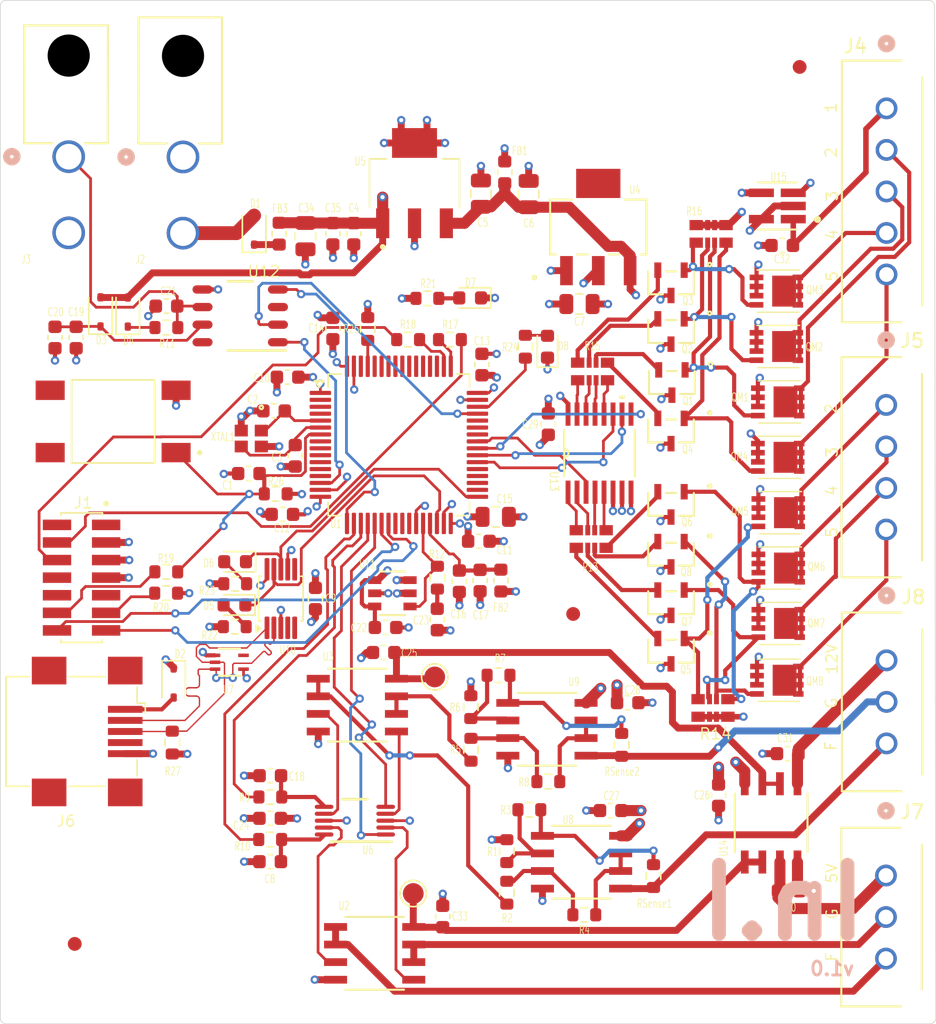
<source format=kicad_pcb>
(kicad_pcb (version 20241229) (generator "pcbnew") (generator_version "9.0")
  (layers (0 "F.Cu" signal) (4 "In1.Cu" signal) (6 "In2.Cu" signal) (2 "B.Cu" signal) (13 "F.Paste" user) (15 "B.Paste" user) (5 "F.SilkS" user "F.Silkscreen") (7 "B.SilkS" user "B.Silkscreen") (1 "F.Mask" user) (3 "B.Mask" user) (25 "Edge.Cuts" user))
  (net 0 "")
  (net 1 "GND")
  (net 2 "NRST")
  (net 3 "OSC_IN")
  (net 4 "OSC_OUT")
  (net 5 "+5V")
  (net 6 "+3.3V")
  (net 7 "/DAC_PROT&SWITCH/DAC_A_RAW_F")
  (net 8 "VDDA")
  (net 9 "/DAC_PROT&SWITCH/DAC_B_RAW_F")
  (net 10 "Net-(D3-K)")
  (net 11 "/LIN_BUS")
  (net 12 "Net-(C23-Pad1)")
  (net 13 "/DAC_PROT&SWITCH/BLKB_PWR")
  (net 14 "PS_RAW")
  (net 15 "/DAC_PROT&SWITCH/BLKA_PWR")
  (net 16 "/BLK-C-Water/BLKC_PWR")
  (net 17 "PS_IN")
  (net 18 "Net-(D1-K)")
  (net 19 "Net-(D2-A)")
  (net 20 "Vdrive")
  (net 21 "Net-(D4-K)")
  (net 22 "USART3_TX")
  (net 23 "Net-(D5-A)")
  (net 24 "USART3_RX")
  (net 25 "Net-(D6-A)")
  (net 26 "Net-(D7-A)")
  (net 27 "Net-(D8-A)")
  (net 31 "USART1_TX")
  (net 32 "Net-(J1-Pin_6)")
  (net 33 "Net-(J1-Pin_4)")
  (net 34 "Net-(J1-Pin_11)")
  (net 35 "Net-(J1-Pin_12)")
  (net 38 "USART1_RX")
  (net 39 "/BLK-C-Water/+12V_BLK8C-4")
  (net 40 "/BLK-C-Water/+12V_BLK8C-5")
  (net 41 "/BLK-C-Water/+12V_BLK8C-2")
  (net 42 "/BLK-C-Water/+12V_BLK8C-3")
  (net 43 "/BLK-C-Water/+12V_BLK9C-2")
  (net 44 "/BLK-C-Water/+12V_BLK9C-4")
  (net 45 "/BLK-C-Water/+12V_BLK9C-3")
  (net 49 "/USB_D-")
  (net 50 "/USB_D+")
  (net 53 "/DAC_PROT&SWITCH/FW_DAC_IN_A")
  (net 54 "/DAC_PROT&SWITCH/GW_DAC_IN_A")
  (net 55 "/VIConverter/IoutGW")
  (net 56 "/VIConverter/IoutFW")
  (net 57 "Net-(Q1-B)")
  (net 58 "Net-(Q1-C)")
  (net 59 "Net-(Q2-C)")
  (net 60 "Net-(Q2-B)")
  (net 61 "Net-(Q3-B)")
  (net 62 "Net-(Q3-C)")
  (net 63 "Net-(Q4-B)")
  (net 64 "Net-(Q4-C)")
  (net 65 "Net-(Q5-C)")
  (net 66 "Net-(Q5-B)")
  (net 67 "Net-(Q6-C)")
  (net 68 "Net-(Q6-B)")
  (net 69 "Net-(Q7-B)")
  (net 70 "Net-(Q7-C)")
  (net 71 "Net-(Q8-B)")
  (net 72 "Net-(Q8-C)")
  (net 73 "+12V")
  (net 74 "/BLK-C-Water/+12V_BLK9C-5")
  (net 75 "/VIConverter/FW_DAC_IN_B_IN1-")
  (net 76 "In1+")
  (net 77 "FW_DAC_IN_B")
  (net 78 "Out1")
  (net 79 "/VIConverter/FW_OUT2")
  (net 80 "O2In1+")
  (net 81 "GW_DAC_IN_B")
  (net 82 "/VIConverter/GW_DAC_IN_B_IN1-")
  (net 83 "O2Out1")
  (net 84 "/VIConverter/GW_OUT2")
  (net 85 "DAC_IN_B")
  (net 86 "DAC_IN_A")
  (net 87 "VREF+")
  (net 88 "Net-(U13-Y5)")
  (net 89 "Net-(U13-Y7)")
  (net 90 "Net-(U13-Y4)")
  (net 91 "Net-(U13-Y6)")
  (net 92 "Net-(U13-Y0)")
  (net 93 "Net-(U13-Y3)")
  (net 94 "Net-(U13-Y2)")
  (net 95 "Net-(U13-Y1)")
  (net 96 "SWDIO")
  (net 97 "SWCLK")
  (net 98 "uC_Alive")
  (net 99 "BOOT")
  (net 100 "IN_B")
  (net 103 "BLKC_SEL_B")
  (net 105 "BLKC_SEL_C")
  (net 107 "USART2_TX")
  (net 117 "EN_LIN")
  (net 119 "IN_A")
  (net 127 "USART2_RX")
  (net 130 "BLKC_CTRL_IN")
  (net 135 "BLKC_SEL_A")
  (net 139 "/DAC_PROT&SWITCH/DAC_A_IN2+")
  (net 140 "/DAC_PROT&SWITCH/DAC_A_IN1+")
  (net 141 "/DAC_PROT&SWITCH/DAC_B_IN2+")
  (net 142 "/DAC_PROT&SWITCH/DAC_B_IN1+")
  (net 148 "/DAC_PROT&SWITCH/BLKB_PWR_BUFF")
  (net 149 "/DAC_PROT&SWITCH/BLKA_PWR_BUFF")
  (footprint "Connector_IDC:Connector_IDC_02x07_1_27mm_SMD" (layer "F.Cu") (at 109.37 116.59 90)
    (property "Reference" "J1")
    (property "Value" "ST-LINK" (hide yes))
  )
  (footprint "LM7805MPX_NOPB:LM7805MPX_NOPB" (layer "F.Cu") (at 133.43 88.1 90)
    (property "Reference" "U5")
    (property "Value" "LM7805MPX/NOPB" (hide yes))
  )
  (footprint "BC848BLT1G:SOT-23_ONS-L" (layer "F.Cu") (at 151.965 106 180)
    (property "Reference" "Q4")
    (property "Value" "BC848BLT1G" (hide yes))
  )
  (footprint "Capacitor_SMD:C_0805_2012Metric" (layer "F.Cu") (at 145.35 96.83 180)
    (property "Reference" "C7")
    (property "Value" "10uF" (hide yes))
  )
  (footprint "Resistor_SMD:R_0603_1608Metric" (layer "F.Cu") (at 150.7 138.14 90)
    (property "Reference" "RSense1")
    (property "Value" "165" (hide yes))
  )
  (footprint "Capacitor_SMD:C_0805_2012Metric" (layer "F.Cu") (at 125.55 91.93 -90)
    (property "Reference" "C34")
    (property "Value" "10uF" (hide yes))
  )
  (footprint "MCP1501T-33E-CHY:SOT-23-6_CHY_MCH" (layer "F.Cu") (at 131.83 117.72 180)
    (property "Reference" "U11")
    (property "Value" "MCP1501T-33E/CHY" (hide yes))
  )
  (footprint "Capacitor_SMD:C_0603_1608Metric" (layer "F.Cu") (at 115.51 96.98 180)
    (property "Reference" "C21")
    (property "Value" "1nF" (hide yes))
  )
  (footprint "LIB-SIS427EDN-T1-GE3:LIB-SIS862DNT1GE3" (layer "F.Cu") (at 159.8 107.9)
    (property "Reference" "QM4")
    (property "Value" "PMOS" (hide yes))
  )
  (footprint "Resistor_SMD:R_0603_1608Metric" (layer "F.Cu") (at 137.51 129.02 90)
    (property "Reference" "R5")
    (property "Value" "100k" (hide yes))
  )
  (footprint "Resistor_SMD:R_0603_1608Metric" (layer "F.Cu") (at 115.48 117.71 180)
    (property "Reference" "R20")
    (property "Value" "100" (hide yes))
  )
  (footprint "Capacitor_SMD:C_0603_1608Metric" (layer "F.Cu") (at 123.01 130.89 180)
    (property "Reference" "C18")
    (property "Value" "10nF" (hide yes))
  )
  (footprint "BC848BLT1G:SOT-23_ONS-L" (layer "F.Cu") (at 152.03 102.5 180)
    (property "Reference" "Q1")
    (property "Value" "BC848BLT1G" (hide yes))
  )
  (footprint "LIB-SIS427EDN-T1-GE3:LIB-SIS862DNT1GE3" (layer "F.Cu") (at 159.835 115.9)
    (property "Reference" "QM6")
    (property "Value" "PMOS" (hide yes))
  )
  (footprint "Connector_USB:USB_Mini-B_Wuerth_65100516121_Horizontal" (layer "F.Cu") (at 109.925 127.7 -90)
    (property "Reference" "J6")
    (property "Value" "USB_B_Mini" (hide yes))
  )
  (footprint "Resistor_SMD:R_0603_1608Metric" (layer "F.Cu") (at 130.05 98.63 90)
    (property "Reference" "R25")
    (property "Value" "10k" (hide yes))
  )
  (footprint "Resistor_SMD:R_0603_1608Metric" (layer "F.Cu") (at 141.73 133.35)
    (property "Reference" "R3")
    (property "Value" "100k" (hide yes))
  )
  (footprint "EXB_28V220JX:EXB28V_PAN" (layer "F.Cu") (at 154.865 91.765 90)
    (property "Reference" "R16")
    (property "Value" "EXB-28V220JX" (hide yes))
  )
  (footprint "Inductor_SMD:L_0603_1608Metric" (layer "F.Cu") (at 123.65 91.75 90)
    (property "Reference" "FB3")
    (property "Value" "HI1206N101R-10" (hide yes))
  )
  (footprint "Resistor_SMD:R_0603_1608Metric" (layer "F.Cu") (at 120.44 120.13)
    (property "Reference" "R22")
    (property "Value" "220" (hide yes))
  )
  (footprint "Capacitor_SMD:C_0603_1608Metric" (layer "F.Cu") (at 160.47 139.21)
    (property "Reference" "C30")
    (property "Value" "0.1uF" (hide yes))
  )
  (footprint "Package_SO:MSOP-10_3x3mm_P0.5mm" (layer "F.Cu") (at 123.77 118.1 90)
    (property "Reference" "U10")
    (property "Value" "CH340E" (hide yes))
  )
  (footprint "Capacitor_SMD:C_0603_1608Metric" (layer "F.Cu") (at 129.04 91.76 -90)
    (property "Reference" "C4")
    (property "Value" "0.22uF" (hide yes))
  )
  (footprint "Resistor_SMD:R_0603_1608Metric" (layer "F.Cu") (at 123 135.5)
    (property "Reference" "R10")
    (property "Value" "1k" (hide yes))
  )
  (footprint "Capacitor_SMD:C_0603_1608Metric" (layer "F.Cu") (at 131.2 121.995 180)
    (property "Reference" "C25")
    (property "Value" "0.1uF" (hide yes))
  )
  (footprint "Capacitor_SMD:C_0603_1608Metric" (layer "F.Cu") (at 126.27 118.1 -90)
    (property "Reference" "C9")
    (property "Value" "1uF" (hide yes))
  )
  (footprint "Resistor_SMD:R_0603_1608Metric" (layer "F.Cu") (at 139.5 123.64)
    (property "Reference" "R7")
    (property "Value" "100k" (hide yes))
  )
  (footprint "TestPoint:TestPoint_Pad_D1.5mm" (layer "F.Cu") (at 134.89 123.76 90)
    (property "Reference" "TP2" (hide yes))
    (property "Value" "TP2" (hide yes))
  )
  (footprint "Resistor_SMD:R_0603_1608Metric" (layer "F.Cu") (at 115.925 128.5 90)
    (property "Reference" "R27")
    (property "Value" "1k5" (hide yes))
  )
  (footprint "Capacitor_SMD:C_0603_1608Metric" (layer "F.Cu") (at 138.3 101.2 90)
    (property "Reference" "C13")
    (property "Value" "100nF" (hide yes))
  )
  (footprint "Fiducial:Fiducial_1mm_Mask2mm" (layer "F.Cu") (at 161.261 79.709)
    (property "Reference" "FID3" (hide yes))
    (property "Value" "Fiducial" (hide yes))
  )
  (footprint "Resistor_SMD:R_0603_1608Metric" (layer "F.Cu") (at 141.44 99.9125 90)
    (property "Reference" "R24")
    (property "Value" "120" (hide yes))
  )
  (footprint "LED_SMD:LED_0603_1608Metric" (layer "F.Cu") (at 120.4625 115.44 180)
    (property "Reference" "D6")
    (property "Value" "Green" (hide yes))
  )
  (footprint "BC848BLT1G:SOT-23_ONS-L" (layer "F.Cu") (at 151.965 118.4 180)
    (property "Reference" "Q7")
    (property "Value" "BC848BLT1G" (hide yes))
  )
  (footprint "Diode_SMD:D_SOD-323" (layer "F.Cu") (at 112.71 97.41 90)
    (property "Reference" "D4")
    (property "Value" "1N5819WS" (hide yes))
  )
  (footprint "Capacitor_SMD:C_0805_2012Metric" (layer "F.Cu") (at 141.68 88.89 90)
    (property "Reference" "C6")
    (property "Value" "10uF" (hide yes))
  )
  (footprint "Capacitor_SMD:C_0603_1608Metric" (layer "F.Cu") (at 108.98 99.25 -90)
    (property "Reference" "C19")
    (property "Value" "100nF" (hide yes))
  )
  (footprint "Resistor_SMD:R_0603_1608Metric" (layer "F.Cu") (at 115.49 116.17)
    (property "Reference" "R19")
    (property "Value" "22" (hide yes))
  )
  (footprint "Connector_Molex:Conn_1x2_MiniFit_1724480002" (layer "F.Cu") (at 116.7 86.210251 180)
    (property "Reference" "J2")
    (property "Value" "PS_IN")
  )
  (footprint "OPA2990IDR:D8_TEX-M" (layer "F.Cu") (at 145.5 137.14)
    (property "Reference" "U8")
    (property "Value" "OPA2990IDR" (hide yes))
  )
  (footprint "Capacitor_SMD:C_0603_1608Metric" (layer "F.Cu") (at 124.26 102.11 180)
    (property "Reference" "C10")
    (property "Value" "100nF" (hide yes))
  )
  (footprint "LIB-SIS427EDN-T1-GE3:LIB-SIS862DNT1GE3" (layer "F.Cu") (at 159.835 111.9)
    (property "Reference" "QM5")
    (property "Value" "PMOS" (hide yes))
  )
  (footprint "Connector_Molex:Conn_1x3_MicroFit_436500327" (layer "F.Cu") (at 167.5 138.1 90)
    (property "Reference" "J7")
    (property "Value" "BLKA" (hide yes))
  )
  (footprint "Capacitor_SMD:C_0603_1608Metric" (layer "F.Cu") (at 121.46 109.07 180)
    (property "Reference" "C1")
    (property "Value" "0.1uF" (hide yes))
  )
  (footprint "Resistor_SMD:R_0603_1608Metric" (layer "F.Cu") (at 123.01 132.43)
    (property "Reference" "R9")
    (property "Value" "1k" (hide yes))
  )
  (footprint "Resistor_SMD:R_0603_1608Metric" (layer "F.Cu") (at 115.5 98.53)
    (property "Reference" "R11")
    (property "Value" "1k" (hide yes))
  )
  (footprint "Capacitor_SMD:C_0603_1608Metric" (layer "F.Cu") (at 155.4 132.3 -90)
    (property "Reference" "C26")
    (property "Value" "0.1uF" (hide yes))
  )
  (footprint "OPA2990IDR:D8_TEX-M" (layer "F.Cu") (at 143 127.54)
    (property "Reference" "U9")
    (property "Value" "OPA2990IDR" (hide yes))
  )
  (footprint "Capacitor_SMD:C_0603_1608Metric" (layer "F.Cu") (at 138.17 116.799999 -90)
    (property "Reference" "C17")
    (property "Value" "1uF" (hide yes))
  )
  (footprint "Connector_Molex:Conn_1x4_MicroFit_0436500427" (layer "F.Cu") (at 167.515999 104.117001 90)
    (property "Reference" "J5")
    (property "Value" "BLK9C" (hide yes))
  )
  (footprint "Capacitor_SMD:C_0603_1608Metric" (layer "F.Cu") (at 124.81 107.79 -90)
    (property "Reference" "C3")
    (property "Value" "8.2pF" (hide yes))
  )
  (footprint "BC848BLT1G:SOT-23_ONS-L" (layer "F.Cu") (at 151.965 121.9 180)
    (property "Reference" "Q5")
    (property "Value" "BC848BLT1G" (hide yes))
  )
  (footprint "LED_SMD:LED_0603_1608Metric" (layer "F.Cu") (at 143.04 99.9125 90)
    (property "Reference" "D8")
    (property "Value" "Blue" (hide yes))
  )
  (footprint "Capacitor_SMD:C_0603_1608Metric" (layer "F.Cu") (at 123 133.97 180)
    (property "Reference" "C24")
    (property "Value" "0.1uF" (hide yes))
  )
  (footprint "Capacitor_SMD:C_0603_1608Metric" (layer "F.Cu") (at 127.53 98.6 90)
    (property "Reference" "C14")
    (property "Value" "100nF" (hide yes))
  )
  (footprint "Capacitor_SMD:C_0603_1608Metric" (layer "F.Cu") (at 135.07365 119.609999 -90)
    (property "Reference" "C23")
    (property "Value" "2.2uF" (hide yes))
  )
  (footprint "Diode_SMD:D_SOD-323" (layer "F.Cu") (at 121.8396 91.489749 90)
    (property "Reference" "D1")
    (property "Value" "1N5819WS" (hide yes))
  )
  (footprint "Fiducial:Fiducial_1mm_Mask2mm" (layer "F.Cu") (at 108.876 143.038)
    (property "Reference" "FID1" (hide yes))
    (property "Value" "Fiducial" (hide yes))
  )
  (footprint "Resistor_SMD:R_0603_1608Metric" (layer "F.Cu") (at 148.4 128.665 90)
    (property "Reference" "RSense2")
    (property "Value" "165" (hide yes))
  )
  (footprint "Capacitor_SMD:C_0603_1608Metric" (layer "F.Cu") (at 148.84 125.62)
    (property "Reference" "C28")
    (property "Value" "0.1uF" (hide yes))
  )
  (footprint "Diode_SMD:D_SOD-323" (layer "F.Cu") (at 110.74 97.3975 90)
    (property "Reference" "D3")
    (property "Value" "1N5819WS" (hide yes))
  )
  (footprint "EXB_28V220JX:EXB28V_PAN" (layer "F.Cu") (at 146.2 113.8 -90)
    (property "Reference" "R13")
    (property "Value" "EXB-28V220JX" (hide yes))
  )
  (footprint "Resistor_SMD:R_0603_1608Metric" (layer "F.Cu") (at 137.5 125.94 -90)
    (property "Reference" "R6")
    (property "Value" "100k" (hide yes))
  )
  (footprint "BC848BLT1G:SOT-23_ONS-L" (layer "F.Cu") (at 151.965 114.9 180)
    (property "Reference" "Q8")
    (property "Value" "BC848BLT1G" (hide yes))
  )
  (footprint "Connector_Molex:Conn_1x5_MicroFit_436500527" (layer "F.Cu") (at 167.539999 82.700002 90)
    (property "Reference" "J4")
    (property "Value" "BLK8C" (hide yes))
  )
  (footprint "LED_SMD:LED_0603_1608Metric" (layer "F.Cu") (at 120.42 118.56 180)
    (property "Reference" "D5")
    (property "Value" "Yellow" (hide yes))
  )
  (footprint "OPA2990IDR:D8_TEX-M" (layer "F.Cu") (at 129.3 125.795)
    (property "Reference" "U3")
    (property "Value" "OPA2990IDR" (hide yes))
  )
  (footprint "Resistor_SMD:R_0603_1608Metric" (layer "F.Cu") (at 132.97 99.4)
    (property "Reference" "R18")
    (property "Value" "22" (hide yes))
  )
  (footprint "Capacitor_SMD:C_0603_1608Metric" (layer "F.Cu") (at 147.61 133.41 180)
    (property "Reference" "C27")
    (property "Value" "0.1uF" (hide yes))
  )
  (footprint "Capacitor_SMD:C_0603_1608Metric" (layer "F.Cu") (at 138.08 113.96)
    (property "Reference" "C11")
    (property "Value" "100nF" (hide yes))
  )
  (footprint "Resistor_SMD:R_0603_1608Metric" (layer "F.Cu") (at 145.7 140.94 180)
    (property "Reference" "R4")
    (property "Value" "100k" (hide yes))
  )
  (footprint "Resistor_SMD:R_0603_1608Metric" (layer "F.Cu") (at 135.08365 116.589999 -90)
    (property "Reference" "R12")
    (property "Value" "50" (hide yes))
  )
  (footprint "Capacitor_SMD:C_0603_1608Metric" (layer "F.Cu") (at 135.47 141.06 90)
    (property "Reference" "C33")
    (property "Value" "0.1uF" (hide yes))
  )
  (footprint "LIB-SIS427EDN-T1-GE3:LIB-SIS862DNT1GE3" (layer "F.Cu") (at 159.835 119.9)
    (property "Reference" "QM7")
    (property "Value" "PMOS" (hide yes))
  )
  (footprint "Resistor_SMD:R_0603_1608Metric" (layer "F.Cu") (at 140.1 136.34 -90)
    (property "Reference" "R1")
    (property "Value" "100k" (hide yes))
  )
  (footprint "TestPoint:TestPoint_Pad_D1.5mm" (layer "F.Cu") (at 133.34 139.4)
    (property "Reference" "TP1" (hide yes))
    (property "Value" "TP1" (hide yes))
  )
  (footprint "Capacitor_SMD:C_0603_1608Metric" (layer "F.Cu") (at 107.45 99.25 -90)
    (property "Reference" "C20")
    (property "Value" "1uF" (hide yes))
  )
  (footprint "BC848BLT1G:SOT-23_ONS-L" (layer "F.Cu") (at 151.965 98.8144 180)
    (property "Reference" "Q2")
    (property "Value" "BC848BLT1G" (hide yes))
  )
  (footprint "LIB-SIS427EDN-T1-GE3:LIB-SIS862DNT1GE3" (layer "F.Cu") (at 159.7 99.9)
    (property "Reference" "QM2")
    (property "Value" "PMOS" (hide yes))
  )
  (footprint "Resistor_SMD:R_0603_1608Metric" (layer "F.Cu") (at 134.36 96.42)
    (property "Reference" "R21")
    (property "Value" "220" (hide yes))
  )
  (footprint "Capacitor_SMD:C_0603_1608Metric" (layer "F.Cu") (at 160.4 129.3 180)
    (property "Reference" "C31")
    (property "Value" "0.1uF" (hide yes))
  )
  (footprint "Resistor_SMD:R_0603_1608Metric" (layer "F.Cu") (at 143.1 131.32 180)
    (property "Reference" "R8")
    (property "Value" "100k" (hide yes))
  )
  (footprint "Capacitor_SMD:C_0603_1608Metric" (layer "F.Cu") (at 123.88 112.02 180)
    (property "Reference" "C12")
    (property "Value" "100nF" (hide yes))
  )
  (footprint "LIB-SIS427EDN-T1-GE3:LIB-SIS862DNT1GE3" (layer "F.Cu") (at 159.8 103.9)
    (property "Reference" "QM1")
    (property "Value" "PMOS" (hide yes))
  )
  (footprint "LIB-SIS427EDN-T1-GE3:LIB-SIS862DNT1GE3" (layer "F.Cu") (at 159.7 95.9)
    (property "Reference" "QM3")
    (property "Value" "PMOS" (hide yes))
  )
  (footprint "OPA2990IDR:D8_TEX-M" (layer "F.Cu") (at 130.55 143.72)
    (property "Reference" "U2")
    (property "Value" "OPA2990IDR" (hide yes))
  )
  (footprint "FA-128-24.0000MB-W0:FA-128_2x1p6_SEC" (layer "F.Cu") (at 121.635 106.545 -90)
    (property "Reference" "XTAL1")
    (property "Value" "FA-128 24.0000MB-W0" (hide yes))
  )
  (footprint "Capacitor_SMD:C_0603_1608Metric" (layer "F.Cu") (at 160 92.6 180)
    (property "Reference" "C32")
    (property "Value" "0.1uF" (hide yes))
  )
  (footprint "OPA2990IDR:D8_TEX-M" (layer "F.Cu") (at 159.2 134.3 90)
    (property "Reference" "U14")
    (property "Value" "OPA2990IDR" (hide yes))
  )
  (footprint "LED_SMD:LED_0603_1608Metric" (layer "F.Cu") (at 137.45 96.39 180)
    (property "Reference" "D7")
    (property "Value" "Red" (hide yes))
  )
  (footprint "BC848BLT1G:SOT-23_ONS-L" (layer "F.Cu") (at 151.965 95.3 180)
    (property "Reference" "Q3")
    (property "Value" "BC848BLT1G" (hide yes))
  )
  (footprint "EXB_28V220JX:EXB28V_PAN" (layer "F.Cu") (at 146.3 101.7 90)
    (property "Reference" "R15")
    (property "Value" "EXB-28V220JX" (hide yes))
  )
  (footprint "Capacitor_SMD:C_0603_1608Metric" (layer "F.Cu") (at 127.53 91.76 -90)
    (property "Reference" "C35")
    (property "Value" "100nF" (hide yes))
  )
  (footprint "LM1117MPX-33NOPB:SOT223-318H_OSI-M" (layer "F.Cu") (at 146.71 91.27)
    (property "Reference" "U4")
    (property "Value" "LM1117MP-3.3" (hide yes))
  )
  (footprint "Package_QFP:LQFP-64_10x10mm_P0.5mm" (layer "F.Cu") (at 132.3 107)
    (property "Reference" "U1")
    (property "Value" "STM32G491RET6" (hide yes))
  )
  (footprint "Fiducial:Fiducial_1mm_Mask2mm" (layer "F.Cu") (at 144.895 119.213)
    (property "Reference" "FID2" (hide yes))
    (property "Value" "Fiducial" (hide yes))
  )
  (footprint "Capacitor_SMD:C_0603_1608Metric" (layer "F.Cu") (at 136.67 116.85 -90)
    (property "Reference" "C16")
    (property "Value" "100nF" (hide yes))
  )
  (footprint "Capacitor_SMD:C_0603_1608Metric" (layer "F.Cu") (at 123.28 104.55 180)
    (property "Reference" "C2")
    (property "Value" "8.2pF" (hide yes))
  )
  (footprint "Resistor_SMD:R_0603_1608Metric" (layer "F.Cu") (at 120.47 117.03)
    (property "Reference" "R23")
    (property "Value" "120" (hide yes))
  )
  (footprint "MountingHole:MountingHole_2.2mm_M2" (layer "F.Cu") (at 155.2 82.3)
    (property "Reference" "H1" (hide yes))
    (property "Value" "MountingHole" (hide yes))
  )
  (footprint "Resistor_SMD:R_0603_1608Metric" (layer "F.Cu") (at 123.4 110.54 180)
    (property "Reference" "R26")
    (property "Value" "10k" (hide yes))
  )
  (footprint "Diode_SMD:D_SOD-323" (layer "F.Cu") (at 116.025 124.2 -90)
    (property "Reference" "D2")
    (property "Value" "1N5819WS" (hide yes))
  )
  (footprint "Resistor_SMD:R_0603_1608Metric" (layer "F.Cu") (at 140.1 139.34 90)
    (property "Reference" "R2")
    (property "Value" "100k" (hide yes))
  )
  (footprint "TPD2E001DRLR:DRL5-M" (layer "F.Cu") (at 120.045 122.7)
    (property "Reference" "U7")
    (property "Value" "TPD2E001DRLR" (hide yes))
  )
  (footprint "BC848BLT1G:SOT-23_ONS-L" (layer "F.Cu") (at 151.965 111.3 180)
    (property "Reference" "Q6")
    (property "Value" "BC848BLT1G" (hide yes))
  )
  (footprint "Capacitor_SMD:C_0805_2012Metric" (layer "F.Cu") (at 138.23 88.86 90)
    (property "Reference" "C5")
    (property "Value" "10uF" (hide yes))
  )
  (footprint "Connector_Molex:Conn_1x3_MicroFit_436500327" (layer "F.Cu") (at 167.539799 122.560401 90)
    (property "Reference" "J8")
    (property "Value" "BLKB" (hide yes))
  )
  (footprint "SN74LV4051APWR:PW16" (layer "F.Cu") (at 146.8 107.6 90)
    (property "Reference" "U13")
    (property "Value" "SN74LV4051APWR" (hide yes))
  )
  (footprint "Capacitor_SMD:C_0603_1608Metric" (layer "F.Cu") (at 123 137.1)
    (property "Reference" "C8")
    (property "Value" "10nF" (hide yes))
  )
  (footprint "Capacitor_SMD:C_0603_1608Metric" (layer "F.Cu") (at 131.34 120.19)
    (property "Reference" "C22")
    (property "Value" "2.2uF" (hide yes))
  )
  (footprint "TS5A23157QDGSRQ1:DGS0010A_N" (layer "F.Cu") (at 129.12 134.14 180)
    (property "Reference" "U6")
    (property "Value" "TS5A23157QDGSRQ1" (hide yes))
  )
  (footprint "LIB-SIS427EDN-T1-GE3:LIB-SIS862DNT1GE3" (layer "F.Cu") (at 159.735 124)
    (property "Reference" "QM8")
    (property "Value" "PMOS" (hide yes))
  )
  (footprint "Button_Switch_SMD:SW_TS04-66-43-BK-160-SMT" (layer "F.Cu") (at 111.65 105.31 180)
    (property "Reference" "SW1" (hide yes))
    (property "Value" "SW_Push" (hide yes))
  )
  (footprint "Capacitor_SMD:C_0603_1608Metric" (layer "F.Cu") (at 143.1 105.5 -90)
    (property "Reference" "C29")
    (property "Value" "0.1uF" (hide yes))
  )
  (footprint "Resistor_SMD:R_0603_1608Metric" (layer "F.Cu") (at 135.99 99.4 180)
    (property "Reference" "R17")
    (property "Value" "22" (hide yes))
  )
  (footprint "OPA990IDBVR:DBV0005A-IPC_A" (layer "F.Cu") (at 159.649517 89.749999 180)
    (property "Reference" "U15")
    (property "Value" "OPA990IDBVR" (hide yes))
  )
  (footprint "Capacitor_SMD:C_0805_2012Metric" (layer "F.Cu") (at 139.3 112.2)
    (property "Reference" "C15")
    (property "Value" "4.7uF" (hide yes))
  )
  (footprint "EXB_28V220JX:EXB28V_PAN" (layer "F.Cu") (at 155 126 -90)
    (property "Reference" "R14")
    (property "Value" "EXB-28V220JX" (hide yes))
  )
  (footprint "TLIN1029DRQ1:D0008A_N" (layer "F.Cu") (at 120.834999 97.685 180)
    (property "Reference" "U12")
    (property "Value" "TLIN1029DRQ1" (hide yes))
  )
  (footprint "Inductor_SMD:L_0603_1608Metric" (layer "F.Cu") (at 139.95 87.32 -90)
    (property "Reference" "FB1")
    (property "Value" "HI1206N101R-10" (hide yes))
  )
  (footprint "MountingHole:MountingHole_2.2mm_M2" (layer "F.Cu") (at 115 140.1)
    (property "Reference" "H2" (hide yes))
    (property "Value" "MountingHole" (hide yes))
  )
  (footprint "Inductor_SMD:L_0603_1608Metric" (layer "F.Cu") (at 139.67 116.799999 90)
    (property "Reference" "FB2")
    (property "Value" "HZ0603C601R-10" (hide yes))
  )
  (footprint "Connector_Molex:Conn_1x2_MiniFit_1724480002" (layer "F.Cu") (at 108.4396 86.18975 180)
    (property "Reference" "J3")
    (property "Value" "LIN" (hide yes))
  )
  (gr_arc (start 103.5 75.3) (mid 103.617157 75.017157) (end 103.9 74.9) (stroke (width 0.05)) (layer "Edge.Cuts"))
  (gr_line (start 103.9 148.8) (end 170.7 148.8) (stroke (width 0.05)) (layer "Edge.Cuts"))
  (gr_arc (start 103.9 148.8) (mid 103.617157 148.682843) (end 103.5 148.4) (stroke (width 0.05)) (layer "Edge.Cuts"))
  (gr_line (start 170.6 74.9) (end 103.9 74.9) (stroke (width 0.05)) (layer "Edge.Cuts"))
  (gr_line (start 103.5 75.3) (end 103.5 148.4) (stroke (width 0.05)) (layer "Edge.Cuts"))
  (gr_arc (start 170.6 74.9) (mid 170.882843 75.017157) (end 171 75.3) (stroke (width 0.05)) (layer "Edge.Cuts"))
  (gr_line (start 171.1 148.4) (end 171 75.3) (stroke (width 0.05)) (layer "Edge.Cuts"))
  (gr_arc (start 171.1 148.4) (mid 170.982843 148.682843) (end 170.7 148.8) (stroke (width 0.05)) (layer "Edge.Cuts"))
  (gr_text "4" (at 164.08 92.25 90) (layer "F.SilkS") (effects (font (size 0.8 0.8) (thickness 0.1)) (justify left bottom)))
  (gr_text "12V" (at 164.06 123.63 90) (layer "F.SilkS") (effects (font (size 0.8 0.8) (thickness 0.1)) (justify left bottom)))
  (gr_text "1" (at 164 83.09 90) (layer "F.SilkS") (effects (font (size 0.8 0.8) (thickness 0.1)) (justify left bottom)))
  (gr_text "3" (at 164.09 89.47 90) (layer "F.SilkS") (effects (font (size 0.8 0.8) (thickness 0.1)) (justify left bottom)))
  (gr_text "F" (at 164.04 144.38 90) (layer "F.SilkS") (effects (font (size 0.8 0.8) (thickness 0.1)) (justify left bottom)))
  (gr_text "3" (at 164.07 107.97 90) (layer "F.SilkS") (effects (font (size 0.8 0.8) (thickness 0.1)) (justify left bottom)))
  (gr_text "4" (at 164.06 110.75 90) (layer "F.SilkS") (effects (font (size 0.8 0.8) (thickness 0.1)) (justify left bottom)))
  (gr_text "G" (at 164.07 141.34 90) (layer "F.SilkS") (effects (font (size 0.8 0.8) (thickness 0.1)) (justify left bottom)))
  (gr_text "5" (at 164.05 113.77 90) (layer "F.SilkS") (effects (font (size 0.8 0.8) (thickness 0.1)) (justify left bottom)))
  (gr_text "G" (at 164.02 126.12 90) (layer "F.SilkS") (effects (font (size 0.8 0.8) (thickness 0.1)) (justify left bottom)))
  (gr_text "5" (at 164.07 95.27 90) (layer "F.SilkS") (effects (font (size 0.8 0.8) (thickness 0.1)) (justify left bottom)))
  (gr_text "2" (at 164.01 86.33 90) (layer "F.SilkS") (effects (font (size 0.8 0.8) (thickness 0.1)) (justify left bottom)))
  (gr_text "F" (at 163.99 129.16 90) (layer "F.SilkS") (effects (font (size 0.8 0.8) (thickness 0.1)) (justify left bottom)))
  (gr_text "2" (at 163.99 104.83 90) (layer "F.SilkS") (effects (font (size 0.8 0.8) (thickness 0.1)) (justify left bottom)))
  (gr_text "5V" (at 164.05 138.73 90) (layer "F.SilkS") (effects (font (size 0.8 0.8) (thickness 0.1)) (justify left bottom)))
  (gr_text "In.I" (at 160.078 140.061 0) (layer "B.SilkS") (effects (font (size 5 5) (thickness 1) (bold yes)) (justify mirror)))
  (gr_text "v1.0" (at 163.604 144.83 0) (layer "B.SilkS") (effects (font (size 1 1) (thickness 0.2) (bold yes)) (justify mirror)))
  (segment (start 133.10635 116.769999) (end 132.140001 116.769999) (width 0.5) (layer "F.Cu") (net 1))
  (segment (start 122.302 111.809) (end 122.513 112.02) (width 0.5) (layer "F.Cu") (net 1))
  (segment (start 140.25 112.2) (end 141.3 112.2) (width 0.5) (layer "F.Cu") (net 1))
  (segment (start 134.3304 84.2996) (end 133.43 85.2) (width 0.5) (layer "F.Cu") (net 1))
  (segment (start 126.225 145.625) (end 126.22 145.62) (width 0.5) (layer "F.Cu") (net 1))
  (segment (start 148.424998 111.765002) (end 148.42 111.77) (width 0.5) (layer "F.Cu") (net 1))
  (segment (start 114.355 97) (end 114.355 97.175) (width 0.2) (layer "F.Cu") (net 1))
  (segment (start 159.625 129.3) (end 158.57 129.3) (width 0.5) (layer "F.Cu") (net 1))
  (segment (start 121.55 104.55) (end 121.54 104.54) (width 0.5) (layer "F.Cu") (net 1))
  (segment (start 136.67 118.596349) (end 136.67365 118.599999) (width 0.5) (layer "F.Cu") (net 1))
  (segment (start 119.68 109.07) (end 119.65 109.1) (width 0.3) (layer "F.Cu") (net 1))
  (segment (start 122.225 133.97) (end 121.1 133.97) (width 0.5) (layer "F.Cu") (net 1))
  (segment (start 162.28 139.21) (end 161.245 139.21) (width 0.5) (layer "F.Cu") (net 1))
  (segment (start 142.67425 139.045) (end 142.67425 139.92575) (width 0.5) (layer "F.Cu") (net 1))
  (segment (start 122.505 104.55) (end 121.55 104.55) (width 0.5) (layer "F.Cu") (net 1))
  (segment (start 127.84 110.25) (end 126.625 110.25) (width 0.2) (layer "F.Cu") (net 1))
  (segment (start 143.1 106.275) (end 143.1 106.387) (width 0.5) (layer "F.Cu") (net 1))
  (segment (start 122.36 107.12) (end 123.64 107.12) (width 0.5) (layer "F.Cu") (net 1))
  (segment (start 129.566 122.394) (end 129.965 121.995) (width 0.5) (layer "F.Cu") (net 1))
  (segment (start 136.67 117.625) (end 136.67 118.596349) (width 0.5) (layer "F.Cu") (net 1))
  (segment (start 161.105 137.12575) (end 161.105 139.07) (width 0.8) (layer "F.Cu") (net 1))
  (segment (start 128.555 109.535) (end 127.84 110.25) (width 0.2) (layer "F.Cu") (net 1))
  (segment (start 118.79 95.77) (end 118.785 95.775) (width 0.3) (layer "F.Cu") (net 1))
  (segment (start 138.17 118.566349) (end 138.17365 118.569999) (width 0.5) (layer "F.Cu") (net 1))
  (segment (start 151.965 96.2144) (end 151.4956 96.2144) (width 0.3) (layer "F.Cu") (net 1))
  (segment (start 122.272 111.809) (end 122.302 111.809) (width 0.5) (layer "F.Cu") (net 1))
  (segment (start 107.45 100.025) (end 107.45 100.91) (width 0.3) (layer "F.Cu") (net 1))
  (segment (start 134.3304 83.550251) (end 134.3304 84.2996) (width 0.5) (layer "F.Cu") (net 1))
  (segment (start 126.635 97.825) (end 126.43 97.62) (width 0.5) (layer "F.Cu") (net 1))
  (segment (start 119.229999 95.78) (end 118.110001 95.78) (width 0.3) (layer "F.Cu") (net 1))
  (segment (start 151.4956 112.2144) (end 151.2 112.51) (width 0.3) (layer "F.Cu") (net 1))
  (segment (start 127.53 92.535) (end 127.53 93.49) (width 0.5) (layer "F.Cu") (net 1))
  (segment (start 132.09 134.14) (end 131.344999 134.14) (width 0.2) (layer "F.Cu") (net 1))
  (segment (start 134.178299 111.402112) (end 133.890415 111.402112) (width 0.2) (layer "F.Cu") (net 1))
  (segment (start 151.5556 103.4144) (end 151.27 103.7) (width 0.3) (layer "F.Cu") (net 1))
  (segment (start 135.55 111.86) (end 136.13 111.28) (width 0.2) (layer "F.Cu") (net 1))
  (segment (start 144.41 94.4196) (end 143.2804 94.4196) (width 0.5) (layer "F.Cu") (net 1))
  (segment (start 151.965 115.8144) (end 151.4956 115.8144) (width 0.3) (layer "F.Cu") (net 1))
  (segment (start 129.965 121.995) (end 130.425 121.995) (width 0.5) (layer "F.Cu") (net 1))
  (segment (start 129.0396 93.5096) (end 129.04 93.51) (width 0.3) (layer "F.Cu") (net 1))
  (segment (start 122.513 112.02) (end 123.105 112.02) (width 0.5) (layer "F.Cu") (net 1))
  (segment (start 133.10635 117.72) (end 132.17 117.72) (width 0.5) (layer "F.Cu") (net 1))
  (segment (start 129.05 102.99) (end 129.07 103.01) (width 0.2) (layer "F.Cu") (net 1))
  (segment (start 120.91 104.96) (end 120.91 105.97) (width 0.5) (layer "F.Cu") (net 1))
  (segment (start 140.17425 130.33425) (end 140.18 130.34) (width 0.5) (layer "F.Cu") (net 1))
  (segment (start 138.3 100.425) (end 139.355 100.425) (width 0.3) (layer "F.Cu") (net 1))
  (segment (start 141.68 87.94) (end 141.68 86.86) (width 0.5) (layer "F.Cu") (net 1))
  (segment (start 127.5396 93.4996) (end 127.54 93.5) (width 0.3) (layer "F.Cu") (net 1))
  (segment (start 111.145 116.59) (end 112.78 116.59) (width 0.5) (layer "F.Cu") (net 1))
  (segment (start 147.774999 111.775001) (end 147.77 111.78) (width 0.5) (layer "F.Cu") (net 1))
  (segment (start 151.965 119.3144) (end 151.5156 119.3144) (width 0.3) (layer "F.Cu") (net 1))
  (segment (start 138.17 117.574999) (end 138.17 118.566349) (width 0.5) (layer "F.Cu") (net 1))
  (segment (start 123.485 103.21) (end 123.485 102.11) (width 0.5) (layer "F.Cu") (net 1))
  (segment (start 151.965 122.8144) (end 151.5156 122.8144) (width 0.3) (layer "F.Cu") (net 1))
  (segment (start 116.305 117.71) (end 117.15 117.71) (width 0.3) (layer "F.Cu") (net 1))
  (segment (start 136.004999 120.384999) (end 136.02 120.4) (width 0.5) (layer "F.Cu") (net 1))
  (segment (start 149.074999 110.4194) (end 149.074999 111.785001) (width 0.3) (layer "F.Cu") (net 1))
  (segment (start 140.17425 129.445) (end 140.17425 130.33425) (width 0.5) (layer "F.Cu") (net 1))
  (segment (start 143.04 100.7) (end 143.04 101.55) (width 0.3) (layer "F.Cu") (net 1))
  (segment (start 130.55365 117.72) (end 131.53 117.72) (width 0.3) (layer "F.Cu") (net 1))
  (segment (start 127.72425 145.625) (end 126.225 145.625) (width 0.5) (layer "F.Cu") (net 1))
  (segment (start 120.685 109.07) (end 119.68 109.07) (width 0.3) (layer "F.Cu") (net 1))
  (segment (start 135.07365 120.384999) (end 136.004999 120.384999) (width 0.5) (layer "F.Cu") (net 1))
  (segment (start 143.1 106.387) (end 142.483 107.004) (width 0.5) (layer "F.Cu") (net 1))
  (segment (start 120.91 104.96) (end 121.12 104.96) (width 0.5) (layer "F.Cu") (net 1))
  (segment (start 161.105 139.07) (end 161.245 139.21) (width 0.8) (layer "F.Cu") (net 1))
  (segment (start 151.965 99.7288) (end 151.5212 99.7288) (width 0.3) (layer "F.Cu") (net 1))
  (segment (start 139.355 100.425) (end 139.36 100.43) (width 0.3) (layer "F.Cu") (net 1))
  (segment (start 132.140001 116.769999) (end 132.14 116.77) (width 0.5) (layer "F.Cu") (net 1))
  (segment (start 151.4856 106.9144) (end 151.2 107.2) (width 0.3) (layer "F.Cu") (net 1))
  (segment (start 108.98 100.025) (end 108.98 100.9) (width 0.3) (layer "F.Cu") (net 1))
  (segment (start 116.2 103.06) (end 116.2 104.17) (width 0.5) (layer "F.Cu") (net 1))
  (segment (start 135.55 112.675) (end 135.55 111.86) (width 0.2) (layer "F.Cu") (net 1))
  (segment (start 123.64 107.12) (end 123.65 107.11) (width 0.5) (layer "F.Cu") (net 1))
  (segment (start 133.890415 111.402112) (end 133.55 111.742527) (width 0.2) (layer "F.Cu") (net 1))
  (segment (start 133.43 91) (end 133.43 92.649851) (width 0.5) (layer "F.Cu") (net 1))
  (segment (start 152.03 103.4144) (end 151.5556 103.4144) (width 0.3) (layer "F.Cu") (net 1))
  (segment (start 127.53 93.49) (end 127.54 93.5) (width 0.5) (layer "F.Cu") (net 1))
  (segment (start 140.1 135.515) (end 139.015 135.515) (width 0.5) (layer "F.Cu") (net 1))
  (segment (start 126.27 119.488) (end 125.964 119.794) (width 0.5) (layer "F.Cu") (net 1))
  (segment (start 131.230651 85.2) (end 131.2304 85.200251) (width 0.5) (layer "F.Cu") (net 1))
  (segment (start 125.54 92.89) (end 125.55 92.88) (width 0.5) (layer "F.Cu") (net 1))
  (segment (start 147.774999 110.4194) (end 147.774999 111.775001) (width 0.3) (layer "F.Cu") (net 1))
  (segment (start 129.04 92.535) (end 129.04 93.51) (width 0.5) (layer "F.Cu") (net 1))
  (segment (start 151.5212 99.7288) (end 151.2 100.05) (width 0.3) (layer "F.Cu") (net 1))
  (segment (start 133.090028 134.140127) (end 132.090127 134.140127) (width 0.2) (layer "F.Cu") (net 1))
  (segment (start 118.370001 122.200001) (end 118.13 121.96) (width 0.3) (layer "F.Cu") (net 1))
  (segment (start 125.54 93.97) (end 125.54 92.89) (width 0.5) (layer "F.Cu") (net 1))
  (segment (start 157.080002 88.799998) (end 157.08 88.8) (width 0.5) (layer "F.Cu") (net 1))
  (segment (start 132.090127 134.140127) (end 132.09 134.14) (width 0.2) (layer "F.Cu") (net 1))
  (segment (start 137.975 103.75) (end 136.75 103.75) (width 0.2) (layer "F.Cu") (net 1))
  (segment (start 149.074999 111.785001) (end 149.07 111.79) (width 0.5) (layer "F.Cu") (net 1))
  (segment (start 121.12 104.96) (end 121.54 104.54) (width 0.5) (layer "F.Cu") (net 1))
  (segment (start 123.773 119.345152) (end 123.77 119.348152) (width 0.2) (layer "F.Cu") (net 1))
  (segment (start 132.4704 83.550251) (end 132.4704 84.2404) (width 0.5) (layer "F.Cu") (net 1))
  (segment (start 127.53 97.825) (end 126.635 97.825) (width 0.5) (layer "F.Cu") (net 1))
  (segment (start 138.23 87.91) (end 138.23 86.860251) (width 0.5) (layer "F.Cu") (net 1))
  (segment (start 124.81 108.565) (end 123.765 108.565) (width 0.5) (layer "F.Cu") (net 1))
  (segment (start 135.47 140.285) (end 135.47 139.42) (width 0.5) (layer "F.Cu") (net 1))
  (segment (start 148.424998 110.4194) (end 148.424998 111.765002) (width 0.3) (layer "F.Cu") (net 1))
  (segment (start 126.47425 128.59575) (end 126.47 128.6) (width 0.5) (layer "F.Cu") (net 1))
  (segment (start 155.4 133.075) (end 155.4 134.11) (width 0.5) (layer "F.Cu") (net 1))
  (segment (start 138.2375 96.39) (end 139.24 96.39) (width 0.5) (layer "F.Cu") (net 1))
  (segment (start 122.235 130.89) (end 121.11 130.89) (width 0.5) (layer "F.Cu") (net 1))
  (segment (start 123.77 119.348152) (end 123.77 120.2125) (width 0.2) (layer "F.Cu") (net 1))
  (segment (start 133.55 111.742527) (end 133.55 112.675) (width 0.2) (layer "F.Cu") (net 1))
  (segment (start 151.4956 115.8144) (end 151.2 116.11) (width 0.3) (layer "F.Cu") (net 1))
  (segment (start 151.4956 96.2144) (end 151.2 96.51) (width 0.3) (layer "F.Cu") (net 1))
  (segment (start 119.0163 122.200001) (end 118.370001 122.200001) (width 0.3) (layer "F.Cu") (net 1))
  (segment (start 133.43 85.2) (end 131.230651 85.2) (width 0.5) (layer "F.Cu") (net 1))
  (segment (start 142.67425 139.92575) (end 142.67 139.93) (width 0.5) (layer "F.Cu") (net 1))
  (segment (start 132.115 120.19) (end 133 120.19) (width 0.3) (layer "F.Cu") (net 1))
  (segment (start 126.47425 127.7) (end 126.47425 128.59575) (width 0.5) (layer "F.Cu") (net 1))
  (segment (start 111.145 115.32) (end 112.81 115.32) (width 0.5) (layer "F.Cu") (net 1))
  (segment (start 144.4 96.83) (end 143.16 96.83) (width 0.5) (layer "F.Cu") (net 1))
  (segment (start 132.4704 84.2404) (end 133.43 85.2) (width 0.5) (layer "F.Cu") (net 1))
  (segment (start 133.43 92.649851) (end 133.4304 92.650251) (width 0.5) (layer "F.Cu") (net 1))
  (segment (start 138.855 113.96) (end 139.88 113.96) (width 0.5) (layer "F.Cu") (net 1))
  (segment (start 132.17 117.72) (end 132.16 117.73) (width 0.5) (layer "F.Cu") (net 1))
  (segment (start 151.965 112.2144) (end 151.4956 112.2144) (width 0.3) (layer "F.Cu") (net 1))
  (segment (start 139.015 135.515) (end 139.01 135.51) (width 0.5) (layer "F.Cu") (net 1))
  (segment (start 151.965 106.9144) (end 151.4856 106.9144) (width 0.3) (layer "F.Cu") (net 1))
  (segment (start 158.499034 88.799998) (end 157.080002 88.799998) (width 0.5) (layer "F.Cu") (net 1))
  (segment (start 123.773 118.925) (end 123.773 119.345152) (width 0.2) (layer "F.Cu") (net 1))
  (segment (start 129.05 101.325) (end 129.05 102.99) (width 0.2) (layer "F.Cu") (net 1))
  (segment (start 151.5156 122.8144) (end 151.21 123.12) (width 0.3) (layer "F.Cu") (net 1))
  (segment (start 128.555 109.304) (end 128.555 109.535) (width 0.2) (layer "F.Cu") (net 1))
  (segment (start 112.525 129.3) (end 114.53 129.3) (width 0.5) (layer "F.Cu") (net 1))
  (segment (start 133.430251 85.200251) (end 133.43 85.2) (width 0.5) (layer "F.Cu") (net 1))
  (segment (start 126.27 118.875) (end 126.27 119.488) (width 0.5) (layer "F.Cu") (net 1))
  (segment (start 130.05 97.805) (end 130.05 96.83) (width 0.5) (layer "F.Cu") (net 1))
  (segment (start 159.225 92.6) (end 158.26 92.6) (width 0.5) (layer "F.Cu") (net 1))
  (segment (start 114.735 97.155) (end 114.19 97.7) (width 0.2) (layer "F.Cu") (net 1))
  (segment (start 122.225 137.1) (end 121.12 137.1) (width 0.5) (layer "F.Cu") (net 1))
  (segment (start 123.765 108.565) (end 123.76 108.56) (width 0.5) (layer "F.Cu") (net 1))
  (segment (start 149.615 125.62) (end 150.62 125.62) (width 0.5) (layer "F.Cu") (net 1))
  (segment (start 137.5 125.115) (end 137.5 124.09) (width 0.5) (layer "F.Cu") (net 1))
  (segment (start 135.6304 85.200251) (end 133.430251 85.200251) (width 0.5) (layer "F.Cu") (net 1))
  (segment (start 151.5156 119.3144) (end 151.21 119.62) (width 0.3) (layer "F.Cu") (net 1))
  (segment (start 143.2804 94.4196) (end 143.28 94.42) (width 0.5) (layer "F.Cu") (net 1))
  (segment (start 145.84 133.41) (end 146.835 133.41) (width 0.5) (layer "F.Cu") (net 1))
  (via (at 116.2 104.17) (size 0.6) (drill 0.3) (layers "F.Cu" "B.Cu") (net 1))
  (via (at 138.17365 118.569999) (size 0.6) (drill 0.3) (layers "F.Cu" "B.Cu") (net 1))
  (via (at 158.57 129.3) (size 0.6) (drill 0.3) (layers "F.Cu" "B.Cu") (net 1))
  (via (at 151.21 119.62) (size 0.6) (drill 0.3) (layers "F.Cu" "B.Cu") (net 1))
  (via (at 143.04 101.55) (size 0.6) (drill 0.3) (layers "F.Cu" "B.Cu") (net 1))
  (via (at 123.76 108.56) (size 0.6) (drill 0.3) (layers "F.Cu" "B.Cu") (net 1))
  (via (at 133.4304 92.650251) (size 0.6) (drill 0.3) (layers "F.Cu" "B.Cu") (net 1))
  (via (at 143.16 96.83) (size 0.6) (drill 0.3) (layers "F.Cu" "B.Cu") (net 1))
  (via (at 136.67365 118.599999) (size 0.6) (drill 0.3) (layers "F.Cu" "B.Cu") (net 1))
  (via (at 136.75 103.75) (size 0.6) (drill 0.3) (layers "F.Cu" "B.Cu") (net 1))
  (via (at 114.53 129.3) (size 0.6) (drill 0.3) (layers "F.Cu" "B.Cu") (net 1))
  (via (at 108.98 100.9) (size 0.6) (drill 0.3) (layers "F.Cu" "B.Cu") (net 1))
  (via (at 162.28 139.21) (size 0.6) (drill 0.3) (layers "F.Cu" "B.Cu") (net 1))
  (via (at 137.5 124.09) (size 0.6) (drill 0.3) (layers "F.Cu" "B.Cu") (net 1))
  (via (at 139.01 135.51) (size 0.6) (drill 0.3) (layers "F.Cu" "B.Cu") (net 1))
  (via (at 149.07 111.79) (size 0.6) (drill 0.3) (layers "F.Cu" "B.Cu") (net 1))
  (via (at 140.18 130.34) (size 0.6) (drill 0.3) (layers "F.Cu" "B.Cu") (net 1))
  (via (at 122.272 111.809) (size 0.6) (drill 0.3) (layers "F.Cu" "B.Cu") (net 1))
  (via (at 142.483 107.004) (size 0.6) (drill 0.3) (layers "F.Cu" "B.Cu") (net 1))
  (via (at 141.68 86.86) (size 0.6) (drill 0.3) (layers "F.Cu" "B.Cu") (net 1))
  (via (at 114.19 97.7) (size 0.6) (drill 0.3) (layers "F.Cu" "B.Cu") (net 1))
  (via (at 126.43 97.62) (size 0.6) (drill 0.3) (layers "F.Cu" "B.Cu") (net 1))
  (via (at 145.84 133.41) (size 0.6) (drill 0.3) (layers "F.Cu" "B.Cu") (net 1))
  (via (at 117.15 117.71) (size 0.6) (drill 0.3) (layers "F.Cu" "B.Cu") (net 1))
  (via (at 120.91 104.96) (size 0.6) (drill 0.3) (layers "F.Cu" "B.Cu") (net 1))
  (via (at 132.4704 83.550251) (size 0.6) (drill 0.3) (layers "F.Cu" "B.Cu") (net 1))
  (via (at 142.67 139.93) (size 0.6) (drill 0.3) (layers "F.Cu" "B.Cu") (net 1))
  (via (at 151.2 100.05) (size 0.6) (drill 0.3) (layers "F.Cu" "B.Cu") (net 1))
  (via (at 132.14 116.77) (size 0.6) (drill 0.3) (layers "F.Cu" "B.Cu") (net 1))
  (via (at 123.773 118.925) (size 0.6) (drill 0.3) (layers "F.Cu" "B.Cu") (net 1))
  (via (at 151.21 123.12) (size 0.6) (drill 0.3) (layers "F.Cu" "B.Cu") (net 1))
  (via (at 129.07 103.01) (size 0.6) (drill 0.3) (layers "F.Cu" "B.Cu") (net 1))
  (via (at 107.45 100.91) (size 0.6) (drill 0.3) (layers "F.Cu" "B.Cu") (net 1))
  (via (at 119.65 109.1) (size 0.6) (drill 0.3) (layers "F.Cu" "B.Cu") (net 1))
  (via (at 125.964 119.794) (size 0.6) (drill 0.3) (layers "F.Cu" "B.Cu") (net 1))
  (via (at 131.2304 85.200251) (size 0.6) (drill 0.3) (layers "F.Cu" "B.Cu") (net 1))
  (via (at 135.6304 85.200251) (size 0.6) (drill 0.3) (layers "F.Cu" "B.Cu") (net 1))
  (via (at 125.54 93.97) (size 0.6) (drill 0.3) (layers "F.Cu" "B.Cu") (net 1))
  (via (at 121.1 133.97) (size 0.6) (drill 0.3) (layers "F.Cu" "B.Cu") (net 1))
  (via (at 151.2 107.2) (size 0.6) (drill 0.3) (layers "F.Cu" "B.Cu") (net 1))
  (via (at 121.54 104.54) (size 0.6) (drill 0.3) (layers "F.Cu" "B.Cu") (net 1))
  (via (at 151.2 112.51) (size 0.6) (drill 0.3) (layers "F.Cu" "B.Cu") (net 1))
  (via (at 134.178299 111.402112) (size 0.6) (drill 0.3) (layers "F.Cu" "B.Cu") (net 1))
  (via (at 123.485 103.21) (size 0.6) (drill 0.3) (layers "F.Cu" "B.Cu") (net 1))
  (via (at 118.13 121.96) (size 0.6) (drill 0.3) (layers "F.Cu" "B.Cu") (net 1))
  (via (at 158.26 92.6) (size 0.6) (drill 0.3) (layers "F.Cu" "B.Cu") (net 1))
  (via (at 131.53 117.72) (size 0.6) (drill 0.3) (layers "F.Cu" "B.Cu") (net 1))
  (via (at 134.3304 83.550251) (size 0.6) (drill 0.3) (layers "F.Cu" "B.Cu") (net 1))
  (via (at 132.16 117.73) (size 0.6) (drill 0.3) (layers "F.Cu" "B.Cu") (net 1))
  (via (at 139.88 113.96) (size 0.6) (drill 0.3) (layers "F.Cu" "B.Cu") (net 1))
  (via (at 136.13 111.28) (size 0.6) (drill 0.3) (layers "F.Cu" "B.Cu") (net 1))
  (via (at 150.62 125.62) (size 0.6) (drill 0.3) (layers "F.Cu" "B.Cu") (net 1))
  (via (at 155.4 134.11) (size 0.6) (drill 0.3) (layers "F.Cu" "B.Cu") (net 1))
  (via (at 139.24 96.39) (size 0.6) (drill 0.3) (layers "F.Cu" "B.Cu") (net 1))
  (via (at 139.36 100.43) (size 0.6) (drill 0.3) (layers "F.Cu" "B.Cu") (net 1))
  (via (at 157.08 88.8) (size 0.6) (drill 0.3) (layers "F.Cu" "B.Cu") (net 1))
  (via (at 133.090028 134.140127) (size 0.6) (drill 0.3) (layers "F.Cu" "B.Cu") (net 1))
  (via (at 126.47 128.6) (size 0.6) (drill 0.3) (layers "F.Cu" "B.Cu") (net 1))
  (via (at 112.81 115.32) (size 0.6) (drill 0.3) (layers "F.Cu" "B.Cu") (net 1))
  (via (at 148.42 111.77) (size 0.6) (drill 0.3) (layers "F.Cu" "B.Cu") (net 1))
  (via (at 129.566 122.394) (size 0.6) (drill 0.3) (layers "F.Cu" "B.Cu") (net 1))
  (via (at 121.11 130.89) (size 0.6) (drill 0.3) (layers "F.Cu" "B.Cu") (net 1))
  (via (at 121.12 137.1) (size 0.6) (drill 0.3) (layers "F.Cu" "B.Cu") (net 1))
  (via (at 130.05 96.83) (size 0.6) (drill 0.3) (layers "F.Cu" "B.Cu") (net 1))
  (via (at 138.23 86.860251) (size 0.6) (drill 0.3) (layers "F.Cu" "B.Cu") (net 1))
  (via (at 151.27 103.7) (size 0.6) (drill 0.3) (layers "F.Cu" "B.Cu") (net 1))
  (via (at 141.3 112.2) (size 0.6) (drill 0.3) (layers "F.Cu" "B.Cu") (net 1))
  (via (at 147.77 111.78) (size 0.6) (drill 0.3) (layers "F.Cu" "B.Cu") (net 1))
  (via (at 133 120.19) (size 0.6) (drill 0.3) (layers "F.Cu" "B.Cu") (net 1))
  (via (at 151.2 96.51) (size 0.6) (drill 0.3) (layers "F.Cu" "B.Cu") (net 1))
  (via (at 127.54 93.5) (size 0.6) (drill 0.3) (layers "F.Cu" "B.Cu") (net 1))
  (via (at 135.47 139.42) (size 0.6) (drill 0.3) (layers "F.Cu" "B.Cu") (net 1))
  (via (at 151.2 116.11) (size 0.6) (drill 0.3) (layers "F.Cu" "B.Cu") (net 1))
  (via (at 136.02 120.4) (size 0.6) (drill 0.3) (layers "F.Cu" "B.Cu") (net 1))
  (via (at 119.234999 95.775) (size 0.6) (drill 0.3) (layers "F.Cu" "B.Cu") (net 1))
  (via (at 128.555 109.304) (size 0.6) (drill 0.3) (layers "F.Cu" "B.Cu") (net 1))
  (via (at 126.22 145.62) (size 0.6) (drill 0.3) (layers "F.Cu" "B.Cu") (net 1))
  (via (at 129.04 93.51) (size 0.6) (drill 0.3) (layers "F.Cu" "B.Cu") (net 1))
  (via (at 123.65 107.11) (size 0.6) (drill 0.3) (layers "F.Cu" "B.Cu") (net 1))
  (via (at 143.28 94.42) (size 0.6) (drill 0.3) (layers "F.Cu" "B.Cu") (net 1))
  (via (at 112.78 116.59) (size 0.6) (drill 0.3) (layers "F.Cu" "B.Cu") (net 1))
  (segment (start 122.575 110.54) (end 122.575 109.41) (width 0.3) (layer "F.Cu") (net 2))
  (segment (start 116.2 107.56) (end 119.19 110.55) (width 0.2) (layer "F.Cu") (net 2))
  (segment (start 122.575 109.41) (end 122.235 109.07) (width 0.3) (layer "F.Cu") (net 2))
  (segment (start 122.565 110.55) (end 122.575 110.54) (width 0.2) (layer "F.Cu") (net 2))
  (segment (start 121.48 110.55) (end 122.565 110.55) (width 0.2) (layer "F.Cu") (net 2))
  (segment (start 122.235 109.22) (end 125.23869 109.22) (width 0.2) (layer "F.Cu") (net 2))
  (segment (start 119.625 112.86) (end 119.63 112.86) (width 0.2) (layer "F.Cu") (net 2))
  (segment (start 116.315 116.17) (end 119.625 112.86) (width 0.2) (layer "F.Cu") (net 2))
  (segment (start 125.549 108.90969) (end 125.549 106.517176) (width 0.2) (layer "F.Cu") (net 2))
  (segment (start 125.23869 109.22) (end 125.549 108.90969) (width 0.2) (layer "F.Cu") (net 2))
  (segment (start 125.549 106.517176) (end 125.816176 106.25) (width 0.2) (layer "F.Cu") (net 2))
  (segment (start 119.19 110.55) (end 121.48 110.55) (width 0.2) (layer "F.Cu") (net 2))
  (segment (start 125.816176 106.25) (end 126.625 106.25) (width 0.2) (layer "F.Cu") (net 2))
  (via (at 121.48 110.55) (size 0.6) (drill 0.3) (layers "F.Cu" "B.Cu") (net 2))
  (via (at 119.63 112.86) (size 0.6) (drill 0.3) (layers "F.Cu" "B.Cu") (net 2))
  (segment (start 119.63 112.86) (end 119.63 112.4) (width 0.2) (layer "B.Cu") (net 2))
  (segment (start 119.63 112.4) (end 121.48 110.55) (width 0.2) (layer "B.Cu") (net 2))
  (segment (start 124.755 105.25) (end 126.625 105.25) (width 0.2) (layer "F.Cu") (net 3))
  (segment (start 122.36 105.97) (end 122.635 105.97) (width 0.2) (layer "F.Cu") (net 3))
  (segment (start 122.635 105.97) (end 124.055 104.55) (width 0.2) (layer "F.Cu") (net 3))
  (segment (start 124.055 104.55) (end 124.755 105.25) (width 0.2) (layer "F.Cu") (net 3))
  (segment (start 125.625 105.75) (end 124.81 106.565) (width 0.2) (layer "F.Cu") (net 4))
  (segment (start 121.536 107.746) (end 124.079 107.746) (width 0.2) (layer "F.Cu") (net 4))
  (segment (start 124.81 106.565) (end 124.81 107.015) (width 0.2) (layer "F.Cu") (net 4))
  (segment (start 124.079 107.746) (end 124.81 107.015) (width 0.2) (layer "F.Cu") (net 4))
  (segment (start 120.91 107.12) (end 121.536 107.746) (width 0.2) (layer "F.Cu") (net 4))
  (segment (start 126.625 105.75) (end 125.625 105.75) (width 0.2) (layer "F.Cu") (net 4))
  (segment (start 141.68 89.84) (end 140.955 89.84) (width 0.8) (layer "F.Cu") (net 5))
  (segment (start 149.01 95.77) (end 149.43 96.19) (width 0.5) (layer "F.Cu") (net 5))
  (segment (start 149.01 93.33) (end 148.3445 92.6645) (width 0.8) (layer "F.Cu") (net 5))
  (segment (start 139.95 88.815) (end 139.95 88.1075) (width 0.8) (layer "F.Cu") (net 5))
  (segment (start 121.0737 123.6237) (end 121.305025 123.855025) (width 0.2) (layer "F.Cu") (net 5))
  (segment (start 128.53 134.13) (end 128.52 134.14) (width 0.2) (layer "F.Cu") (net 5))
  (segment (start 149.01 94.4196) (end 149.01 93.33) (width 0.8) (layer "F.Cu") (net 5))
  (segment (start 123.775 133.97) (end 124.93 133.97) (width 0.5) (layer "F.Cu") (net 5))
  (segment (start 140.955 89.84) (end 139.95 88.835) (width 0.8) (layer "F.Cu") (net 5))
  (segment (start 138.955 89.81) (end 139.95 88.815) (width 0.8) (layer "F.Cu") (net 5))
  (segment (start 135.73 91) (end 137.04 91) (width 0.8) (layer "F.Cu") (net 5))
  (segment (start 137.04 91) (end 138.23 89.81) (width 0.8) (layer "F.Cu") (net 5))
  (segment (start 149.01 94.4196) (end 149.01 94.24) (width 0.8) (layer "F.Cu") (net 5))
  (segment (start 121.0737 123.199999) (end 121.0737 123.6237) (width 0.2) (layer "F.Cu") (net 5))
  (segment (start 147.4345 92.6645) (end 144.61 89.84) (width 0.8) (layer "F.Cu") (net 5))
  (segment (start 139.95 88.835) (end 139.95 88.1075) (width 0.8) (layer "F.Cu") (net 5))
  (segment (start 149.01 94.4196) (end 149.01 95.77) (width 0.5) (layer "F.Cu") (net 5))
  (segment (start 144.61 89.84) (end 141.68 89.84) (width 0.8) (layer "F.Cu") (net 5))
  (segment (start 138.23 89.81) (end 138.955 89.81) (width 0.8) (layer "F.Cu") (net 5))
  (segment (start 128.52 134.14) (end 126.894998 134.14) (width 0.2) (layer "F.Cu") (net 5))
  (segment (start 148.3445 92.6645) (end 147.4345 92.6645) (width 0.8) (layer "F.Cu") (net 5))
  (segment (start 128.53 134.13) (end 128.38 134.13) (width 0.2) (layer "F.Cu") (net 5))
  (via (at 124.94 133.98) (size 0.6) (drill 0.3) (layers "F.Cu" "B.Cu") (net 5))
  (via (at 121.305025 123.855025) (size 0.6) (drill 0.3) (layers "F.Cu" "B.Cu") (net 5))
  (via (at 149.43 96.19) (size 0.6) (drill 0.3) (layers "F.Cu" "B.Cu") (net 5))
  (via (at 128.53 134.13) (size 0.6) (drill 0.3) (layers "F.Cu" "B.Cu") (net 5))
  (segment (start 125.27 110.54) (end 125.29 110.56) (width 0.3) (layer "F.Cu") (net 6))
  (segment (start 143.1 103.68) (end 143.11 103.67) (width 0.5) (layer "F.Cu") (net 6))
  (segment (start 124.655 112.02) (end 125.48 112.02) (width 0.3) (layer "F.Cu") (net 6))
  (segment (start 139.105 101.975) (end 138.3 101.975) (width 0.5) (layer "F.Cu") (net 6))
  (segment (start 138.35 112.2) (end 137.27 112.2) (width 0.5) (layer "F.Cu") (net 6))
  (segment (start 117.005 129.325) (end 117.01 129.32) (width 0.5) (layer "F.Cu") (net 6))
  (segment (start 136.05 112.675) (end 136.705 112.675) (width 0.2) (layer "F.Cu") (net 6))
  (segment (start 111.145 114.05) (end 112.755 114.05) (width 0.5) (layer "F.Cu") (net 6))
  (segment (start 144.525001 104.025001) (end 143.96 103.46) (width 0.3) (layer "F.Cu") (net 6))
  (segment (start 127.81 101.03) (end 128.105 101.325) (width 0.2) (layer "F.Cu") (net 6))
  (segment (start 137.27 112.2) (end 137.25 112.18) (width 0.5) (layer "F.Cu") (net 6))
  (segment (start 137.305 113.96) (end 137.305 112.875) (width 0.5) (layer "F.Cu") (net 6))
  (segment (start 112.755 114.05) (end 112.785 114.02) (width 0.5) (layer "F.Cu") (net 6))
  (segment (start 125.48 112.02) (end 125.71 111.79) (width 0.3) (layer "F.Cu") (net 6))
  (segment (start 126.625 111.181) (end 126.625 110.75) (width 0.2) (layer "F.Cu") (net 6))
  (segment (start 131.48 116.07) (end 130.780001 116.769999) (width 0.5) (layer "F.Cu") (net 6))
  (segment (start 129.846001 118.670001) (end 129.6264 118.4504) (width 0.3) (layer "F.Cu") (net 6))
  (segment (start 146.5504 94.4196) (end 145.64 95.33) (width 0.5) (layer "F.Cu") (net 6))
  (segment (start 130.565 118.681351) (end 130.55365 118.670001) (width 0.3) (layer "F.Cu") (net 6))
  (segment (start 143.1 104.725) (end 143.1 103.68) (width 0.5) (layer "F.Cu") (net 6))
  (segment (start 137.975 103.25) (end 138.78 103.25) (width 0.2) (layer "F.Cu") (net 6))
  (segment (start 119.645 117.03) (end 118.645 117.03) (width 0.5) (layer "F.Cu") (net 6))
  (segment (start 118.645 117.03) (end 118.625 117.01) (width 0.5) (layer "F.Cu") (net 6))
  (segment (start 140.75115 117.587499) (end 140.75365 117.589999) (width 0.5) (layer "F.Cu") (net 6))
  (segment (start 128.105 101.325) (end 128.55 101.325) (width 0.2) (layer "F.Cu") (net 6))
  (segment (start 130.780001 116.769999) (end 130.55365 116.769999) (width 0.5) (layer "F.Cu") (net 6))
  (segment (start 126.625 103.25) (end 126.625 102.595) (width 0.2) (layer "F.Cu") (net 6))
  (segment (start 126.355785 111.452785) (end 126.355785 111.450215) (width 0.2) (layer "F.Cu") (net 6))
  (segment (start 139.67 117.587499) (end 140.75115 117.587499) (width 0.5) (layer "F.Cu") (net 6))
  (segment (start 139.270195 102.140195) (end 139.105 101.975) (width 0.5) (layer "F.Cu") (net 6))
  (segment (start 122.77 116.685) (end 122.77 115.9875) (width 0.2) (layer "F.Cu") (net 6))
  (segment (start 124.225 110.54) (end 125.27 110.54) (width 0.3) (layer "F.Cu") (net 6))
  (segment (start 133.535 96.42) (end 132.53 96.42) (width 0.5) (layer "F.Cu") (net 6))
  (segment (start 127.53 99.375) (end 127.53 100.44) (width 0.5) (layer "F.Cu") (net 6))
  (segment (start 144.525001 104.7806) (end 144.525001 104.025001) (width 0.3) (layer "F.Cu") (net 6))
  (segment (start 126.355785 111.450215) (end 126.625 111.181) (width 0.2) (layer "F.Cu") (net 6))
  (segment (start 125.035 102.11) (end 126.09 102.11) (width 0.5) (layer "F.Cu") (net 6))
  (segment (start 136.705 112.675) (end 136.71 112.68) (width 0.2) (layer "F.Cu") (net 6))
  (segment (start 139.380675 102.140195) (end 139.270195 102.140195) (width 0.5) (layer "F.Cu") (net 6))
  (segment (start 118.625 120.13) (end 118.615 120.14) (width 0.5) (layer "F.Cu") (net 6))
  (segment (start 126.625 102.595) (end 126.62 102.59) (width 0.2) (layer "F.Cu") (net 6))
  (segment (start 146.3 96.83) (end 147.41 96.83) (width 0.5) (layer "F.Cu") (net 6))
  (segment (start 129.6264 116.9896) (end 129.846001 116.769999) (width 0.3) (layer "F.Cu") (net 6))
  (segment (start 138.78 103.25) (end 139.17 102.86) (width 0.2) (layer "F.Cu") (net 6))
  (segment (start 124.27 115.9875) (end 124.27 114.85995) (width 0.2) (layer "F.Cu") (net 6))
  (segment (start 119.615 120.13) (end 118.625 120.13) (width 0.5) (layer "F.Cu") (net 6))
  (segment (start 146.71 94.4196) (end 146.5504 94.4196) (width 0.5) (layer "F.Cu") (net 6))
  (segment (start 137.305 112.875) (end 137.3 112.87) (width 0.5) (layer "F.Cu") (net 6))
  (segment (start 126.27 117.325) (end 126.27 116.27) (width 0.5) (layer "F.Cu") (net 6))
  (segment (start 115.925 129.325) (end 117.005 129.325) (width 0.5) (layer "F.Cu") (net 6))
  (segment (start 124.27 114.85995) (end 124.529975 114.599975) (width 0.2) (layer "F.Cu") (net 6))
  (segment (start 122.295 117.16) (end 122.77 116.685) (width 0.2) (layer "F.Cu") (net 6))
  (segment (start 129.6264 118.4504) (end 129.6264 116.9896) (width 0.3) (layer "F.Cu") (net 6))
  (segment (start 130.565 120.19) (end 130.565 118.681351) (width 0.3) (layer "F.Cu") (net 6))
  (segment (start 129.846001 116.769999) (end 130.55365 116.769999) (width 0.3) (layer "F.Cu") (net 6))
  (segment (start 130.55365 118.670001) (end 129.846001 118.670001) (width 0.3) (layer "F.Cu") (net 6))
  (via (at 124.529975 114.599975) (size 0.6) (drill 0.3) (layers "F.Cu" "B.Cu") (net 6))
  (via (at 126.09 102.11) (size 0.6) (drill 0.3) (layers "F.Cu" "B.Cu") (net 6))
  (via (at 112.785 114.02) (size 0.6) (drill 0.3) (layers "F.Cu" "B.Cu") (net 6))
  (via (at 131.48 116.07) (size 0.6) (drill 0.3) (layers "F.Cu" "B.Cu") (net 6))
  (via (at 125.71 111.79) (size 0.6) (drill 0.3) (layers "F.Cu" "B.Cu") (net 6))
  (via (at 127.81 101.03) (size 0.6) (drill 0.3) (layers "F.Cu" "B.Cu") (net 6))
  (via (at 147.41 96.83) (size 0.6) (drill 0.3) (layers "F.Cu" "B.Cu") (net 6))
  (via (at 145.64 95.33) (size 0.6) (drill 0.3) (layers "F.Cu" "B.Cu") (net 6))
  (via (at 126.62 102.59) (size 0.6) (drill 0.3) (layers "F.Cu" "B.Cu") (net 6))
  (via (at 125.29 110.56) (size 0.6) (drill 0.3) (layers "F.Cu" "B.Cu") (net 6))
  (via (at 132.52 96.43) (size 0.6) (drill 0.3) (layers "F.Cu" "B.Cu") (net 6))
  (via (at 139.380675 102.140195) (size 0.6) (drill 0.3) (layers "F.Cu" "B.Cu") (net 6))
  (via (at 117.01 129.32) (size 0.6) (drill 0.3) (layers "F.Cu" "B.Cu") (net 6))
  (via (at 122.295 117.16) (size 0.6) (drill 0.3) (layers "F.Cu" "B.Cu") (net 6))
  (via (at 126.355785 111.452785) (size 0.6) (drill 0.3) (layers "F.Cu" "B.Cu") (net 6))
  (via (at 143.11 103.67) (size 0.6) (drill 0.3) (layers "F.Cu" "B.Cu") (net 6))
  (via (at 140.75365 117.589999) (size 0.6) (drill 0.3) (layers "F.Cu" "B.Cu") (net 6))
  (via (at 137.25 112.18) (size 0.6) (drill 0.3) (layers "F.Cu" "B.Cu") (net 6))
  (via (at 143.96 103.46) (size 0.6) (drill 0.3) (layers "F.Cu" "B.Cu") (net 6))
  (via (at 137.3 112.87) (size 0.6) (drill 0.3) (layers "F.Cu" "B.Cu") (net 6))
  (via (at 118.615 120.14) (size 0.6) (drill 0.3) (layers "F.Cu" "B.Cu") (net 6))
  (via (at 127.53 100.44) (size 0.6) (drill 0.3) (layers "F.Cu" "B.Cu") (net 6))
  (via (at 136.71 112.68) (size 0.6) (drill 0.3) (layers "F.Cu" "B.Cu") (net 6))
  (via (at 126.27 116.27) (size 0.6) (drill 0.3) (layers "F.Cu" "B.Cu") (net 6))
  (via (at 118.625 117.01) (size 0.6) (drill 0.3) (layers "F.Cu" "B.Cu") (net 6))
  (via (at 139.17 102.86) (size 0.6) (drill 0.3) (layers "F.Cu" "B.Cu") (net 6))
  (segment (start 126.586 135.5) (end 126.894998 135.191002) (width 0.3) (layer "F.Cu") (net 7))
  (segment (start 123.775 137.1) (end 123.775 135.55) (width 0.3) (layer "F.Cu") (net 7))
  (segment (start 123.775 135.55) (end 123.825 135.5) (width 0.3) (layer "F.Cu") (net 7))
  (segment (start 123.825 135.5) (end 126.586 135.5) (width 0.3) (layer "F.Cu") (net 7))
  (segment (start 134.55 112.675) (end 134.55 113.483824) (width 0.2) (layer "F.Cu") (net 8))
  (segment (start 135.746176 114.68) (end 135.946175 114.879999) (width 0.2) (layer "F.Cu") (net 8))
  (segment (start 135.946175 114.879999) (end 136.24365 114.879999) (width 0.2) (layer "F.Cu") (net 8))
  (segment (start 139.67 116.012499) (end 138.1825 116.012499) (width 0.3) (layer "F.Cu") (net 8))
  (segment (start 136.24365 114.889999) (end 136.67 115.316349) (width 0.2) (layer "F.Cu") (net 8))
  (segment (start 136.24365 114.879999) (end 136.24365 114.889999) (width 0.2) (layer "F.Cu") (net 8))
  (segment (start 136.67 115.316349) (end 136.67 116.075) (width 0.2) (layer "F.Cu") (net 8))
  (segment (start 136.67 116.075) (end 138.119999 116.075) (width 0.3) (layer "F.Cu") (net 8))
  (segment (start 138.119999 116.075) (end 138.17 116.024999) (width 0.3) (layer "F.Cu") (net 8))
  (segment (start 138.1825 116.012499) (end 138.17 116.024999) (width 0.3) (layer "F.Cu") (net 8))
  (segment (start 134.55 113.483824) (end 135.746176 114.68) (width 0.2) (layer "F.Cu") (net 8))
  (segment (start 123.785 132.38) (end 123.835 132.43) (width 0.3) (layer "F.Cu") (net 9))
  (segment (start 126.235997 132.43) (end 126.894998 133.089001) (width 0.3) (layer "F.Cu") (net 9))
  (segment (start 123.785 130.89) (end 123.785 132.38) (width 0.3) (layer "F.Cu") (net 9))
  (segment (start 123.835 132.43) (end 126.235997 132.43) (width 0.3) (layer "F.Cu") (net 9))
  (segment (start 107.45 98.475) (end 108.98 98.475) (width 0.2) (layer "F.Cu") (net 10))
  (segment (start 110.74 98.4475) (end 109.0075 98.4475) (width 0.2) (layer "F.Cu") (net 10))
  (segment (start 109.0075 98.4475) (end 108.98 98.475) (width 0.2) (layer "F.Cu") (net 10))
  (segment (start 111.7425 99.45) (end 110.74 98.4475) (width 0.2) (layer "F.Cu") (net 10))
  (segment (start 116.980001 99.45) (end 111.7425 99.45) (width 0.2) (layer "F.Cu") (net 10))
  (segment (start 118.110001 98.32) (end 116.980001 99.45) (width 0.2) (layer "F.Cu") (net 10))
  (segment (start 116.285 96.98) (end 116.285 96.285) (width 0.2) (layer "F.Cu") (net 11))
  (segment (start 116.285 96.98) (end 118.040001 96.98) (width 0.2) (layer "F.Cu") (net 11))
  (segment (start 110.0217 96.658516) (end 110.424184 97.061) (width 0.2) (layer "F.Cu") (net 11))
  (segment (start 118.040001 96.98) (end 118.110001 97.05) (width 0.2) (layer "F.Cu") (net 11))
  (segment (start 117.620002 97) (end 117.665002 97.045) (width 0.2) (layer "F.Cu") (net 11))
  (segment (start 116.285 98.49) (end 116.325 98.53) (width 0.2) (layer "F.Cu") (net 11))
  (segment (start 115.93 95.93) (end 114.248468 95.93) (width 0.2) (layer "F.Cu") (net 11))
  (segment (start 116.285 96.98) (end 116.285 98.49) (width 0.2) (layer "F.Cu") (net 11))
  (segment (start 110.0217 87.77185) (end 110.0217 96.658516) (width 0.2) (layer "F.Cu") (net 11))
  (segment (start 113.117468 97.061) (end 114.014468 96.164) (width 0.2) (layer "F.Cu") (net 11))
  (segment (start 115.945 97) (end 115.945 96.93) (width 0.2) (layer "F.Cu") (net 11))
  (segment (start 110.424184 97.061) (end 113.117468 97.061) (width 0.2) (layer "F.Cu") (net 11))
  (segment (start 116.285 96.285) (end 115.93 95.93) (width 0.2) (layer "F.Cu") (net 11))
  (segment (start 108.4396 86.18975) (end 110.0217 87.77185) (width 0.2) (layer "F.Cu") (net 11))
  (segment (start 114.248468 95.93) (end 114.014468 96.164) (width 0.2) (layer "F.Cu") (net 11))
  (segment (start 135.07365 118.834999) (end 135.07365 117.424999) (width 0.3) (layer "F.Cu") (net 12))
  (segment (start 135.07365 117.424999) (end 135.08365 117.414999) (width 0.3) (layer "F.Cu") (net 12))
  (segment (start 167.539799 122.560401) (end 161.175 128.9252) (width 0.8) (layer "F.Cu") (net 13))
  (segment (start 161.105 131.47425) (end 161.105 129.37) (width 0.8) (layer "F.Cu") (net 13))
  (segment (start 161.175 128.9252) (end 161.175 129.3) (width 0.8) (layer "F.Cu") (net 13))
  (segment (start 161.105 129.37) (end 161.175 129.3) (width 0.8) (layer "F.Cu") (net 13))
  (segment (start 112.71 96.36) (end 110.7575 96.36) (width 0.5) (layer "F.Cu") (net 14))
  (segment (start 125.992075 94.58) (end 129.032075 94.58) (width 0.5) (layer "F.Cu") (net 14))
  (segment (start 160.8 88.799998) (end 161.320002 88.799998) (width 0.4) (layer "F.Cu") (net 14))
  (segment (start 123.65 90.9625) (end 125.5325 90.9625) (width 0.8) (layer "F.Cu") (net 14))
  (segment (start 129.032075 94.58) (end 131.13 92.482075) (width 0.5) (layer "F.Cu") (net 14))
  (segment (start 110.7575 96.36) (end 110.74 96.3775) (width 0.5) (layer "F.Cu") (net 14))
  (segment (start 148.795 135.235) (end 149.69 134.34) (width 0.8) (layer "F.Cu") (net 14))
  (segment (start 127.525 90.98) (end 127.53 90.985) (width 0.8) (layer "F.Cu") (net 14))
  (segment (start 125.851075 94.721) (end 125.992075 94.58) (width 0.5) (layer "F.Cu") (net 14))
  (segment (start 127.53 90.985) (end 129.04 90.985) (width 0.8) (layer "F.Cu") (net 14))
  (segment (start 148.065 125.62) (end 148.065 124.345) (width 0.8) (layer "F.Cu") (net 14))
  (segment (start 125.5325 90.9625) (end 125.55 90.98) (width 0.8) (layer "F.Cu") (net 14))
  (segment (start 125.55 90.98) (end 127.525 90.98) (width 0.8) (layer "F.Cu") (net 14))
  (segment (start 155.4 131.525) (end 155.4 130.27) (width 0.8) (layer "F.Cu") (net 14))
  (segment (start 131.13 89.12) (end 131.12 89.11) (width 0.8) (layer "F.Cu") (net 14))
  (segment (start 161.320002 88.799998) (end 162.04 88.08) (width 0.4) (layer "F.Cu") (net 14))
  (segment (start 131.13 92.482075) (end 131.13 91) (width 0.5) (layer "F.Cu") (net 14))
  (segment (start 114.49 94.58) (end 125.087925 94.58) (width 0.5) (layer "F.Cu") (net 14))
  (segment (start 148.065 124.345) (end 148.06 124.34) (width 0.8) (layer "F.Cu") (net 14))
  (segment (start 148.385 133.41) (end 149.8 133.41) (width 0.8) (layer "F.Cu") (net 14))
  (segment (start 129.055 91) (end 129.04 90.985) (width 0.8) (layer "F.Cu") (net 14))
  (segment (start 157.295 130.565) (end 156.64 129.91) (width 0.8) (layer "F.Cu") (net 14))
  (segment (start 145.835 125.635) (end 146.89 124.58) (width 0.8) (layer "F.Cu") (net 14))
  (segment (start 112.71 96.36) (end 114.49 94.58) (width 0.5) (layer "F.Cu") (net 14))
  (segment (start 131.13 91) (end 131.13 89.12) (width 0.8) (layer "F.Cu") (net 14))
  (segment (start 131.13 91) (end 129.055 91) (width 0.8) (layer "F.Cu") (net 14))
  (segment (start 125.228925 94.721) (end 125.851075 94.721) (width 0.5) (layer "F.Cu") (net 14))
  (segment (start 148.32575 135.235) (end 148.795 135.235) (width 0.8) (layer "F.Cu") (net 14))
  (segment (start 125.087925 94.58) (end 125.228925 94.721) (width 0.5) (layer "F.Cu") (net 14))
  (segment (start 157.295 131.47425) (end 157.295 130.565) (width 0.8) (layer "F.Cu") (net 14))
  (segment (start 145.82575 125.635) (end 145.835 125.635) (width 0.8) (layer "F.Cu") (net 14))
  (via (at 155.4 130.27) (size 0.6) (drill 0.3) (layers "F.Cu" "B.Cu") (net 14))
  (via (at 148.06 124.34) (size 0.6) (drill 0.3) (layers "F.Cu" "B.Cu") (net 14))
  (via (at 146.89 124.58) (size 0.6) (drill 0.3) (layers "F.Cu" "B.Cu") (net 14))
  (via (at 131.12 89.11) (size 0.6) (drill 0.3) (layers "F.Cu" "B.Cu") (net 14))
  (via (at 162.04 88.08) (size 0.6) (drill 0.3) (layers "F.Cu" "B.Cu") (net 14))
  (via (at 156.64 129.91) (size 0.6) (drill 0.3) (layers "F.Cu" "B.Cu") (net 14))
  (via (at 149.69 134.34) (size 0.6) (drill 0.3) (layers "F.Cu" "B.Cu") (net 14))
  (via (at 149.8 133.41) (size 0.6) (drill 0.3) (layers "F.Cu" "B.Cu") (net 14))
  (segment (start 160.496 140.486) (end 159.695 139.685) (width 0.8) (layer "F.Cu") (net 15))
  (segment (start 167.5 138.1) (end 165.114 140.486) (width 0.8) (layer "F.Cu") (net 15))
  (segment (start 159.835 137.12575) (end 159.835 139.07) (width 0.8) (layer "F.Cu") (net 15))
  (segment (start 159.695 139.685) (end 159.695 139.21) (width 0.8) (layer "F.Cu") (net 15))
  (segment (start 165.114 140.486) (end 160.496 140.486) (width 0.8) (layer "F.Cu") (net 15))
  (segment (start 159.835 139.07) (end 159.695 139.21) (width 0.8) (layer "F.Cu") (net 15))
  (segment (start 160.775 92.6) (end 166.051599 87.323401) (width 0.4) (layer "F.Cu") (net 16))
  (segment (start 166.051599 87.323401) (end 166.051599 84.188402) (width 0.4) (layer "F.Cu") (net 16))
  (segment (start 160.8 92.575) (end 160.775 92.6) (width 0.4) (layer "F.Cu") (net 16))
  (segment (start 160.8 90.7) (end 160.8 92.575) (width 0.4) (layer "F.Cu") (net 16))
  (segment (start 166.051599 84.188402) (end 167.539999 82.700002) (width 0.4) (layer "F.Cu") (net 16))
  (segment (start 120.569099 91.71025) (end 121.8396 90.439749) (width 1) (layer "F.Cu") (net 17))
  (segment (start 116.7 91.71025) (end 120.569099 91.71025) (width 1) (layer "F.Cu") (net 17))
  (segment (start 123.647751 92.539749) (end 123.65 92.5375) (width 0.5) (layer "F.Cu") (net 18))
  (segment (start 121.8396 92.539749) (end 123.647751 92.539749) (width 0.5) (layer "F.Cu") (net 18))
  (segment (start 115.175 126.1) (end 116.025 125.25) (width 0.3) (layer "F.Cu") (net 19))
  (segment (start 112.525 126.1) (end 115.175 126.1) (width 0.3) (layer "F.Cu") (net 19))
  (segment (start 116.025 123.15) (end 116.025 123.075) (width 0.5) (layer "F.Cu") (net 20))
  (segment (start 139.95 86.5325) (end 139.95 85.6) (width 0.5) (layer "F.Cu") (net 20))
  (segment (start 139.95 85.6) (end 139.94 85.59) (width 0.5) (layer "F.Cu") (net 20))
  (segment (start 116.025 123.075) (end 115.45 122.5) (width 0.5) (layer "F.Cu") (net 20))
  (via (at 139.94 85.59) (size 0.6) (drill 0.3) (layers "F.Cu" "B.Cu") (net 20))
  (via (at 115.45 122.5) (size 0.6) (drill 0.3) (layers "F.Cu" "B.Cu") (net 20))
  (segment (start 112.77 98.52) (end 112.71 98.46) (width 0.2) (layer "F.Cu") (net 21))
  (segment (start 114.385 98.52) (end 112.77 98.52) (width 0.2) (layer "F.Cu") (net 21))
  (segment (start 130.510249 109.239751) (end 134.121751 109.239751) (width 0.2) (layer "F.Cu") (net 22))
  (segment (start 123.27 117.176364) (end 123.27 115.9875) (width 0.2) (layer "F.Cu") (net 22))
  (segment (start 123.27 115.9875) (end 123.27 116.851848) (width 0.2) (layer "F.Cu") (net 22))
  (segment (start 121.2075 118.56) (end 121.886364 118.56) (width 0.2) (layer "F.Cu") (net 22))
  (segment (start 123.519152 117.101) (end 125.020848 117.101) (width 0.2) (layer "F.Cu") (net 22))
  (segment (start 125.246 116.875848) (end 125.246 114.504) (width 0.2) (layer "F.Cu") (net 22))
  (segment (start 135.05 111.866176) (end 135.05 112.675) (width 0.2) (layer "F.Cu") (net 22))
  (segment (start 125.246 114.504) (end 130.510249 109.239751) (width 0.2) (layer "F.Cu") (net 22))
  (segment (start 125.020848 117.101) (end 125.246 116.875848) (width 0.2) (layer "F.Cu") (net 22))
  (segment (start 135.251 110.369) (end 135.251 111.665176) (width 0.2) (layer "F.Cu") (net 22))
  (segment (start 134.121751 109.239751) (end 135.251 110.369) (width 0.2) (layer "F.Cu") (net 22))
  (segment (start 123.27 116.851848) (end 123.519152 117.101) (width 0.2) (layer "F.Cu") (net 22))
  (segment (start 121.886364 118.56) (end 123.27 117.176364) (width 0.2) (layer "F.Cu") (net 22))
  (segment (start 135.251 111.665176) (end 135.05 111.866176) (width 0.2) (layer "F.Cu") (net 22))
  (segment (start 119.695 118.56) (end 121.265 120.13) (width 0.3) (layer "F.Cu") (net 23))
  (segment (start 119.6325 118.56) (end 119.695 118.56) (width 0.3) (layer "F.Cu") (net 23))
  (segment (start 126.045 113.224) (end 130.509 108.76) (width 0.2) (layer "F.Cu") (net 24))
  (segment (start 121.25 115.44) (end 121.816 114.874) (width 0.2) (layer "F.Cu") (net 24))
  (segment (start 135.176176 108.76) (end 137.166176 110.75) (width 0.2) (layer "F.Cu") (net 24))
  (segment (start 121.816 114.874) (end 123.520848 114.874) (width 0.2) (layer "F.Cu") (net 24))
  (segment (start 123.520848 114.874) (end 123.77 115.123152) (width 0.2) (layer "F.Cu") (net 24))
  (segment (start 123.77 114.37) (end 124.916 113.224) (width 0.2) (layer "F.Cu") (net 24))
  (segment (start 130.509 108.76) (end 135.176176 108.76) (width 0.2) (layer "F.Cu") (net 24))
  (segment (start 123.77 115.9875) (end 123.77 114.37) (width 0.2) (layer "F.Cu") (net 24))
  (segment (start 137.166176 110.75) (end 137.975 110.75) (width 0.2) (layer "F.Cu") (net 24))
  (segment (start 123.77 115.123152) (end 123.77 115.9875) (width 0.2) (layer "F.Cu") (net 24))
  (segment (start 124.916 113.224) (end 126.045 113.224) (width 0.2) (layer "F.Cu") (net 24))
  (segment (start 119.5825 115.43) (end 119.695 115.43) (width 0.2) (layer "F.Cu") (net 25))
  (segment (start 119.695 115.43) (end 121.295 117.03) (width 0.2) (layer "F.Cu") (net 25))
  (segment (start 136.6325 96.42) (end 136.6625 96.39) (width 0.3) (layer "F.Cu") (net 26))
  (segment (start 135.185 96.42) (end 136.6325 96.42) (width 0.3) (layer "F.Cu") (net 26))
  (segment (start 141.44 99.0875) (end 143.0025 99.0875) (width 0.2) (layer "F.Cu") (net 27))
  (segment (start 143.0025 99.0875) (end 143.04 99.125) (width 0.2) (layer "F.Cu") (net 27))
  (segment (start 108.235 119.76) (end 112.35 119.76) (width 0.2) (layer "F.Cu") (net 31))
  (segment (start 131.05 113.483824) (end 131.936176 114.37) (width 0.2) (layer "F.Cu") (net 31))
  (segment (start 131.936176 114.37) (end 132.03 114.37) (width 0.2) (layer "F.Cu") (net 31))
  (segment (start 112.94 119.17) (end 116.14 119.17) (width 0.2) (layer "F.Cu") (net 31))
  (segment (start 107.595 120.4) (end 108.235 119.76) (width 0.2) (layer "F.Cu") (net 31))
  (segment (start 112.35 119.76) (end 112.94 119.17) (width 0.2) (layer "F.Cu") (net 31))
  (segment (start 131.05 112.675) (end 131.05 113.483824) (width 0.2) (layer "F.Cu") (net 31))
  (via (at 116.14 119.17) (size 0.6) (drill 0.3) (layers "F.Cu" "B.Cu") (net 31))
  (via (at 132.03 114.37) (size 0.6) (drill 0.3) (layers "F.Cu" "B.Cu") (net 31))
  (segment (start 127.6 118.2) (end 118.089 118.2) (width 0.2) (layer "B.Cu") (net 31))
  (segment (start 118.089 118.2) (end 117.119 119.17) (width 0.2) (layer "B.Cu") (net 31))
  (segment (start 132.03 114.37) (end 131.68 114.72) (width 0.2) (layer "B.Cu") (net 31))
  (segment (start 117.119 119.17) (end 116.14 119.17) (width 0.2) (layer "B.Cu") (net 31))
  (segment (start 131.68 114.72) (end 131.08 114.72) (width 0.2) (layer "B.Cu") (net 31))
  (segment (start 131.08 114.72) (end 127.6 118.2) (width 0.2) (layer "B.Cu") (net 31))
  (segment (start 127.014468 98.524) (end 131.269 98.524) (width 0.2) (layer "F.Cu") (net 32))
  (segment (start 106.3 114.562) (end 106.3 111.8) (width 0.2) (layer "F.Cu") (net 32))
  (segment (start 107.058 115.32) (end 106.3 114.562) (width 0.2) (layer "F.Cu") (net 32))
  (segment (start 126.46 100.34) (end 126.46 99.078468) (width 0.2) (layer "F.Cu") (net 32))
  (segment (start 118.01 106.42) (end 123.196 101.234) (width 0.2) (layer "F.Cu") (net 32))
  (segment (start 107.595 115.32) (end 107.058 115.32) (width 0.2) (layer "F.Cu") (net 32))
  (segment (start 106.3 111.8) (end 111.67 106.43) (width 0.2) (layer "F.Cu") (net 32))
  (segment (start 126.46 99.078468) (end 127.014468 98.524) (width 0.2) (layer "F.Cu") (net 32))
  (segment (start 115.13 106.42) (end 118.01 106.42) (width 0.2) (layer "F.Cu") (net 32))
  (segment (start 115.12 106.43) (end 115.13 106.42) (width 0.2) (layer "F.Cu") (net 32))
  (segment (start 131.269 98.524) (end 132.145 99.4) (width 0.2) (layer "F.Cu") (net 32))
  (segment (start 111.67 106.43) (end 115.12 106.43) (width 0.2) (layer "F.Cu") (net 32))
  (segment (start 123.196 101.234) (end 125.566 101.234) (width 0.2) (layer "F.Cu") (net 32))
  (segment (start 125.566 101.234) (end 126.46 100.34) (width 0.2) (layer "F.Cu") (net 32))
  (segment (start 109.645 112.195) (end 109.933 111.907) (width 0.2) (layer "F.Cu") (net 33))
  (segment (start 122.357479 112.896) (end 125.902521 112.896) (width 0.2) (layer "F.Cu") (net 33))
  (segment (start 136.815 101.983521) (end 136.815 99.4) (width 0.2) (layer "F.Cu") (net 33))
  (segment (start 121.368479 111.907) (end 122.357479 112.896) (width 0.2) (layer "F.Cu") (net 33))
  (segment (start 109.645 112.872) (end 109.645 112.195) (width 0.2) (layer "F.Cu") (net 33))
  (segment (start 107.595 114.05) (end 108.467 114.05) (width 0.2) (layer "F.Cu") (net 33))
  (segment (start 125.902521 112.896) (end 136.815 101.983521) (width 0.2) (layer "F.Cu") (net 33))
  (segment (start 109.933 111.907) (end 121.368479 111.907) (width 0.2) (layer "F.Cu") (net 33))
  (segment (start 108.467 114.05) (end 109.645 112.872) (width 0.2) (layer "F.Cu") (net 33))
  (segment (start 112.95 117.97) (end 114.395 117.97) (width 0.2) (layer "F.Cu") (net 34))
  (segment (start 114.395 117.97) (end 114.655 117.71) (width 0.2) (layer "F.Cu") (net 34))
  (segment (start 111.145 119.13) (end 111.79 119.13) (width 0.2) (layer "F.Cu") (net 34))
  (segment (start 111.79 119.13) (end 112.95 117.97) (width 0.2) (layer "F.Cu") (net 34))
  (segment (start 108.311 119.13) (end 109.37 118.071) (width 0.2) (layer "F.Cu") (net 35))
  (segment (start 107.595 119.13) (end 108.311 119.13) (width 0.2) (layer "F.Cu") (net 35))
  (segment (start 109.37 117.517) (end 109.66 117.227) (width 0.2) (layer "F.Cu") (net 35))
  (segment (start 113.608 117.227) (end 114.665 116.17) (width 0.2) (layer "F.Cu") (net 35))
  (segment (start 109.66 117.227) (end 113.608 117.227) (width 0.2) (layer "F.Cu") (net 35))
  (segment (start 109.37 118.071) (end 109.37 117.517) (width 0.2) (layer "F.Cu") (net 35))
  (segment (start 131.55 112.675) (end 131.55 113.483824) (width 0.2) (layer "F.Cu") (net 38))
  (segment (start 131.55 113.483824) (end 131.876176 113.81) (width 0.2) (layer "F.Cu") (net 38))
  (segment (start 111.145 120.4) (end 116.14 120.4) (width 0.2) (layer "F.Cu") (net 38))
  (segment (start 131.876176 113.81) (end 132.84 113.81) (width 0.2) (layer "F.Cu") (net 38))
  (segment (start 132.84 113.81) (end 133.35 114.32) (width 0.2) (layer "F.Cu") (net 38))
  (via (at 116.14 120.4) (size 0.6) (drill 0.3) (layers "F.Cu" "B.Cu") (net 38))
  (via (at 133.35 114.32) (size 0.6) (drill 0.3) (layers "F.Cu" "B.Cu") (net 38))
  (segment (start 125.578521 121.27) (end 117.01 121.27) (width 0.2) (layer "B.Cu") (net 38))
  (segment (start 133.35 114.32) (end 133.35 114.6) (width 0.2) (layer "B.Cu") (net 38))
  (segment (start 131.770364 115.369) (end 131.189636 115.369) (width 0.2) (layer "B.Cu") (net 38))
  (segment (start 133.35 114.32) (end 133.22 114.45) (width 0.2) (layer "B.Cu") (net 38))
  (segment (start 132.581 115.369) (end 131.770364 115.369) (width 0.2) (layer "B.Cu") (net 38))
  (segment (start 130.779 115.779636) (end 130.779 116.069521) (width 0.2) (layer "B.Cu") (net 38))
  (segment (start 131.189636 115.369) (end 130.779 115.779636) (width 0.2) (layer "B.Cu") (net 38))
  (segment (start 133.35 114.6) (end 132.581 115.369) (width 0.2) (layer "B.Cu") (net 38))
  (segment (start 117.01 121.27) (end 116.14 120.4) (width 0.2) (layer "B.Cu") (net 38))
  (segment (start 130.779 116.069521) (end 125.578521 121.27) (width 0.2) (layer "B.Cu") (net 38))
  (segment (start 161.382 94.908) (end 164.590001 91.699999) (width 0.3) (layer "F.Cu") (net 39))
  (segment (start 161.255 96.888) (end 161.255 94.908) (width 0.3) (layer "F.Cu") (net 39))
  (segment (start 164.590001 91.699999) (end 167.539999 91.699999) (width 0.3) (layer "F.Cu") (net 39))
  (segment (start 161.255 94.908) (end 161.382 94.908) (width 0.3) (layer "F.Cu") (net 39))
  (segment (start 161.355 108.888) (end 161.355 106.908) (width 0.3) (layer "F.Cu") (net 40))
  (segment (start 167.539999 100.723001) (end 167.539999 94.699998) (width 0.3) (layer "F.Cu") (net 40))
  (segment (start 161.355 106.908) (end 167.539999 100.723001) (width 0.3) (layer "F.Cu") (net 40))
  (segment (start 169.179399 87.339401) (end 167.539999 85.700001) (width 0.3) (layer "F.Cu") (net 41))
  (segment (start 161.861 102.402) (end 161.861 98.529) (width 0.3) (layer "F.Cu") (net 41))
  (segment (start 161.861 98.529) (end 166.96 93.43) (width 0.3) (layer "F.Cu") (net 41))
  (segment (start 161.355 104.888) (end 161.355 102.908) (width 0.3) (layer "F.Cu") (net 41))
  (segment (start 161.355 102.908) (end 161.861 102.402) (width 0.3) (layer "F.Cu") (net 41))
  (segment (start 166.96 93.43) (end 168.128459 93.43) (width 0.3) (layer "F.Cu") (net 41))
  (segment (start 168.128459 93.43) (end 169.179399 92.37906) (width 0.3) (layer "F.Cu") (net 41))
  (segment (start 169.179399 92.37906) (end 169.179399 87.339401) (width 0.3) (layer "F.Cu") (net 41))
  (segment (start 168.678399 92.17154) (end 168.678399 89.8384) (width 0.3) (layer "F.Cu") (net 42))
  (segment (start 166.401601 92.838399) (end 168.01154 92.838399) (width 0.3) (layer "F.Cu") (net 42))
  (segment (start 168.01154 92.838399) (end 168.678399 92.17154) (width 0.3) (layer "F.Cu") (net 42))
  (segment (start 161.255 98.908) (end 161.255 97.985) (width 0.3) (layer "F.Cu") (net 42))
  (segment (start 161.255 97.985) (end 166.401601 92.838399) (width 0.3) (layer "F.Cu") (net 42))
  (segment (start 161.255 100.888) (end 161.255 98.908) (width 0.3) (layer "F.Cu") (net 42))
  (segment (start 168.678399 89.8384) (end 167.539999 88.7) (width 0.3) (layer "F.Cu") (net 42))
  (segment (start 161.39 110.908) (end 161.39 110.25) (width 0.3) (layer "F.Cu") (net 43))
  (segment (start 161.39 112.888) (end 161.39 110.908) (width 0.3) (layer "F.Cu") (net 43))
  (segment (start 161.39 110.25) (end 167.539999 104.100001) (width 0.3) (layer "F.Cu") (net 43))
  (segment (start 161.39 120.888) (end 161.39 118.908) (width 0.3) (layer "F.Cu") (net 44))
  (segment (start 161.39 118.908) (end 163.768 116.53) (width 0.3) (layer "F.Cu") (net 44))
  (segment (start 163.768 116.53) (end 163.88 116.53) (width 0.3) (layer "F.Cu") (net 44))
  (segment (start 163.88 116.53) (end 163.88 113.759998) (width 0.3) (layer "F.Cu") (net 44))
  (segment (start 163.88 113.759998) (end 167.539999 110.099999) (width 0.3) (layer "F.Cu") (net 44))
  (segment (start 161.39 114.4055) (end 167.539999 108.255501) (width 0.3) (layer "F.Cu") (net 45))
  (segment (start 161.39 114.908) (end 161.39 114.4055) (width 0.3) (layer "F.Cu") (net 45))
  (segment (start 161.39 116.888) (end 161.39 114.908) (width 0.3) (layer "F.Cu") (net 45))
  (segment (start 167.539999 108.255501) (end 167.539999 107.1) (width 0.3) (layer "F.Cu") (net 45))
  (segment (start 122.692162 121.568191) (end 122.649735 121.525764) (width 0.1) (layer "F.Cu") (net 49))
  (segment (start 122.777014 121.653043) (end 122.692162 121.568191) (width 0.1) (layer "F.Cu") (net 49))
  (segment (start 120.3917 122.771999) (end 121.658058 122.771999) (width 0.1) (layer "F.Cu") (net 49))
  (segment (start 120.2983 122.865399) (end 120.3917 122.771999) (width 0.1) (layer "F.Cu") (net 49))
  (segment (start 117.89 124.301707) (end 117.89 124.181707) (width 0.1) (layer "F.Cu") (net 49))
  (segment (start 122.649734 121.950028) (end 122.833581 122.133875) (width 0.1) (layer "F.Cu") (net 49))
  (segment (start 121.658058 122.771999) (end 122.480029 121.950028) (width 0.1) (layer "F.Cu") (net 49))
  (segment (start 122.861865 121.737894) (end 122.777012 121.653041) (width 0.1) (layer "F.Cu") (net 49))
  (segment (start 117.860001 123.199999) (end 119.0163 123.199999) (width 0.1) (layer "F.Cu") (net 49))
  (segment (start 117.13 124.541707) (end 117.65 124.541707) (width 0.1) (layer "F.Cu") (net 49))
  (segment (start 116.89 124.901707) (end 116.89 124.781707) (width 0.1) (layer "F.Cu") (net 49))
  (segment (start 122.861868 121.313633) (end 122.904295 121.35606) (width 0.1) (layer "F.Cu") (net 49))
  (segment (start 112.525 126.9) (end 116.84 126.9) (width 0.1) (layer "F.Cu") (net 49))
  (segment (start 119.0983 123.281999) (end 119.0163 123.199999) (width 0.1) (layer "F.Cu") (net 49))
  (segment (start 122.649736 121.356058) (end 122.692162 121.313633) (width 0.1) (layer "F.Cu") (net 49))
  (segment (start 116.84 126.9) (end 117.89 125.85) (width 0.1) (layer "F.Cu") (net 49))
  (segment (start 119.0983 123.83) (end 119.0983 123.281999) (width 0.1) (layer "F.Cu") (net 49))
  (segment (start 117.89 124.181707) (end 117.89 124.009731) (width 0.1) (layer "F.Cu") (net 49))
  (segment (start 117.8 123.58) (end 117.8 123.26) (width 0.1) (layer "F.Cu") (net 49))
  (segment (start 123.116427 121.313631) (end 123.130395 121.299662) (width 0.1) (layer "F.Cu") (net 49))
  (segment (start 122.777012 121.653041) (end 122.777014 121.653043) (width 0.1) (layer "F.Cu") (net 49))
  (segment (start 123.003287 122.133875) (end 123.045713 122.091448) (width 0.1) (layer "F.Cu") (net 49))
  (segment (start 123.074001 121.35606) (end 123.116427 121.313631) (width 0.1) (layer "F.Cu") (net 49))
  (segment (start 117.89 125.85) (end 117.89 125.381707) (width 0.1) (layer "F.Cu") (net 49))
  (segment (start 123.130395 121.299662) (end 123.27 121.160057) (width 0.1) (layer "F.Cu") (net 49))
  (segment (start 117.8 123.26) (end 117.860001 123.199999) (width 0.1) (layer "F.Cu") (net 49))
  (segment (start 117.89 124.009731) (end 117.89 123.67) (width 0.1) (layer "F.Cu") (net 49))
  (segment (start 120.2983 123.83) (end 120.2983 122.865399) (width 0.1) (layer "F.Cu") (net 49))
  (segment (start 117.89 123.67) (end 117.8 123.58) (width 0.1) (layer "F.Cu") (net 49))
  (segment (start 123.045713 121.921742) (end 122.861865 121.737894) (width 0.1) (layer "F.Cu") (net 49))
  (segment (start 123.27 121.160057) (end 123.27 120.2125) (width 0.1) (layer "F.Cu") (net 49))
  (segment (start 117.65 125.141707) (end 117.13 125.141707) (width 0.1) (layer "F.Cu") (net 49))
  (via (at 119.0983 123.83) (size 0.6) (drill 0.3) (layers "F.Cu" "B.Cu") (net 49))
  (via (at 120.2983 123.83) (size 0.6) (drill 0.3) (layers "F.Cu" "B.Cu") (net 49))
  (arc (start 123.045713 122.091448) (mid 123.08086 122.006595) (end 123.045713 121.921742) (width 0.1) (layer "F.Cu") (net 49))
  (arc (start 117.89 125.381707) (mid 117.819706 125.212001) (end 117.65 125.141707) (width 0.1) (layer "F.Cu") (net 49))
  (arc (start 122.833581 122.133875) (mid 122.918434 122.169022) (end 123.003287 122.133875) (width 0.1) (layer "F.Cu") (net 49))
  (arc (start 122.692162 121.313633) (mid 122.777015 121.278486) (end 122.861868 121.313633) (width 0.1) (layer "F.Cu") (net 49))
  (arc (start 122.480029 121.950028) (mid 122.564881 121.914881) (end 122.649734 121.950028) (width 0.1) (layer "F.Cu") (net 49))
  (arc (start 122.904295 121.35606) (mid 122.989148 121.391207) (end 123.074001 121.35606) (width 0.1) (layer "F.Cu") (net 49))
  (arc (start 117.13 125.141707) (mid 116.960294 125.071413) (end 116.89 124.901707) (width 0.1) (layer "F.Cu") (net 49))
  (arc (start 117.65 124.541707) (mid 117.819706 124.471413) (end 117.89 124.301707) (width 0.1) (layer "F.Cu") (net 49))
  (arc (start 116.89 124.781707) (mid 116.960294 124.612001) (end 117.13 124.541707) (width 0.1) (layer "F.Cu") (net 49))
  (arc (start 122.649735 121.525764) (mid 122.614588 121.440911) (end 122.649736 121.356058) (width 0.1) (layer "F.Cu") (net 49))
  (segment (start 120.2983 123.83) (end 119.0983 123.83) (width 0.1) (layer "B.Cu") (net 49))
  (segment (start 112.525 127.7) (end 115.9 127.7) (width 0.1) (layer "F.Cu") (net 50))
  (segment (start 119.6983 124.9517) (end 116.975 127.675) (width 0.1) (layer "F.Cu") (net 50))
  (segment (start 117.67 122.28) (end 117.67 121.640768) (width 0.1) (layer "F.Cu") (net 50))
  (segment (start 117.67 121.640768) (end 117.901768 121.409) (width 0.1) (layer "F.Cu") (net 50))
  (segment (start 115.9 127.7) (end 115.925 127.675) (width 0.1) (layer "F.Cu") (net 50))
  (segment (start 116.975 127.675) (end 115.925 127.675) (width 0.1) (layer "F.Cu") (net 50))
  (segment (start 119.6983 122.7683) (end 119.6983 124.9517) (width 0.1) (layer "F.Cu") (net 50))
  (segment (start 118.09 122.7) (end 117.67 122.28) (width 0.1) (layer "F.Cu") (net 50))
  (segment (start 119.63 122.7) (end 119.6983 122.7683) (width 0.1) (layer "F.Cu") (net 50))
  (segment (start 118.619232 121.67) (end 121.3125 121.67) (width 0.1) (layer "F.Cu") (net 50))
  (segment (start 121.3125 121.67) (end 122.77 120.2125) (width 0.1) (layer "F.Cu") (net 50))
  (segment (start 122.7675 120.2125) (end 122.77 120.2125) (width 0.1) (layer "F.Cu") (net 50))
  (segment (start 119.0163 122.7) (end 119.63 122.7) (width 0.1) (layer "F.Cu") (net 50))
  (segment (start 119.0163 122.7) (end 118.09 122.7) (width 0.1) (layer "F.Cu") (net 50))
  (segment (start 118.358232 121.409) (end 118.619232 121.67) (width 0.1) (layer "F.Cu") (net 50))
  (segment (start 117.901768 121.409) (end 118.358232 121.409) (width 0.1) (layer "F.Cu") (net 50))
  (segment (start 131.9929 146.4554) (end 165.144598 146.4554) (width 0.5) (layer "F.Cu") (net 53))
  (segment (start 165.144598 146.4554) (end 167.5 144.099998) (width 0.5) (layer "F.Cu") (net 53))
  (segment (start 128.6225 143.085) (end 131.9929 146.4554) (width 0.5) (layer "F.Cu") (net 53))
  (segment (start 127.72425 143.085) (end 128.6225 143.085) (width 0.5) (layer "F.Cu") (net 53))
  (segment (start 127.72425 141.815) (end 127.72425 143.085) (width 0.5) (layer "F.Cu") (net 53))
  (segment (start 133.37575 143.085) (end 165.514999 143.085) (width 0.5) (layer "F.Cu") (net 54))
  (segment (start 165.514999 143.085) (end 167.5 141.099999) (width 0.5) (layer "F.Cu") (net 54))
  (segment (start 133.37575 144.355) (end 133.37575 143.085) (width 0.5) (layer "F.Cu") (net 54))
  (segment (start 148.355 129.445) (end 148.4 129.49) (width 0.5) (layer "F.Cu") (net 55))
  (segment (start 148.4 129.49) (end 154.75 129.49) (width 0.5) (layer "F.Cu") (net 55))
  (segment (start 145.82575 129.445) (end 148.355 129.445) (width 0.5) (layer "F.Cu") (net 55))
  (segment (start 154.75 129.49) (end 155.38 128.86) (width 0.5) (layer "F.Cu") (net 55))
  (via (at 155.38 128.86) (size 0.6) (drill 0.3) (layers "F.Cu" "B.Cu") (net 55))
  (segment (start 166.1596 125.5604) (end 167.539799 125.5604) (width 0.5) (layer "B.Cu") (net 55))
  (segment (start 164.06 127.66) (end 166.1596 125.5604) (width 0.5) (layer "B.Cu") (net 55))
  (segment (start 156.58 127.66) (end 164.06 127.66) (width 0.5) (layer "B.Cu") (net 55))
  (segment (start 155.38 128.86) (end 156.58 127.66) (width 0.5) (layer "B.Cu") (net 55))
  (segment (start 148.32575 139.045) (end 150.62 139.045) (width 0.5) (layer "F.Cu") (net 56))
  (segment (start 150.62 139.045) (end 150.7 138.965) (width 0.5) (layer "F.Cu") (net 56))
  (segment (start 154.505 135.16) (end 160.940198 135.16) (width 0.5) (layer "F.Cu") (net 56))
  (segment (start 160.940198 135.16) (end 167.539799 128.560399) (width 0.5) (layer "F.Cu") (net 56))
  (segment (start 150.7 138.965) (end 154.505 135.16) (width 0.5) (layer "F.Cu") (net 56))
  (segment (start 146.55 100.5416) (end 146.6459 100.4457) (width 0.3) (layer "F.Cu") (net 57))
  (segment (start 149.9376 100.4457) (end 151.0775 101.5856) (width 0.3) (layer "F.Cu") (net 57))
  (segment (start 146.55 101.065) (end 146.55 100.5416) (width 0.3) (layer "F.Cu") (net 57))
  (segment (start 146.6459 100.4457) (end 149.9376 100.4457) (width 0.3) (layer "F.Cu") (net 57))
  (segment (start 154.854 101.42) (end 156 101.42) (width 0.3) (layer "F.Cu") (net 58))
  (segment (start 157.264979 104.874979) (end 158.231979 104.874979) (width 0.3) (layer "F.Cu") (net 58))
  (segment (start 156 101.42) (end 156.53 101.95) (width 0.3) (layer "F.Cu") (net 58))
  (segment (start 154.786 99.1969) (end 153.6 100.3829) (width 0.3) (layer "F.Cu") (net 58))
  (segment (start 153.6 100.3829) (end 153.6 101.42) (width 0.3) (layer "F.Cu") (net 58))
  (segment (start 158.231979 104.874979) (end 158.245 104.888) (width 0.3) (layer "F.Cu") (net 58))
  (segment (start 156.53 101.95) (end 156.53 104.14) (width 0.3) (layer "F.Cu") (net 58))
  (segment (start 155.115 92.4) (end 155.115 93.0683) (width 0.3) (layer "F.Cu") (net 58))
  (segment (start 156.53 104.14) (end 157.264979 104.874979) (width 0.3) (layer "F.Cu") (net 58))
  (segment (start 152.9825 101.5856) (end 153.4344 101.5856) (width 0.3) (layer "F.Cu") (net 58))
  (segment (start 153.4344 101.5856) (end 153.6 101.42) (width 0.3) (layer "F.Cu") (net 58))
  (segment (start 155.115 93.0683) (end 154.786 93.3973) (width 0.3) (layer "F.Cu") (net 58))
  (segment (start 154.786 93.3973) (end 154.786 99.1969) (width 0.3) (layer "F.Cu") (net 58))
  (via (at 154.854 101.42) (size 0.6) (drill 0.3) (layers "F.Cu" "B.Cu") (net 58))
  (via (at 153.6 101.42) (size 0.6) (drill 0.3) (layers "F.Cu" "B.Cu") (net 58))
  (segment (start 154.854 101.42) (end 153.6 101.42) (width 0.3) (layer "B.Cu") (net 58))
  (segment (start 153.52 97.9) (end 153.65 97.77) (width 0.3) (layer "F.Cu") (net 59))
  (segment (start 156.331 100.071) (end 157.148 100.888) (width 0.3) (layer "F.Cu") (net 59))
  (segment (start 154.615 92.9179) (end 154.21 93.3229) (width 0.3) (layer "F.Cu") (net 59))
  (segment (start 154.21 93.3229) (end 154.21 97.21) (width 0.3) (layer "F.Cu") (net 59))
  (segment (start 152.9175 97.9) (end 153.52 97.9) (width 0.3) (layer "F.Cu") (net 59))
  (segment (start 154.615 92.4) (end 154.615 92.9179) (width 0.3) (layer "F.Cu") (net 59))
  (segment (start 156.331 97.763) (end 156.331 100.071) (width 0.3) (layer "F.Cu") (net 59))
  (segment (start 154.21 97.21) (end 153.65 97.77) (width 0.3) (layer "F.Cu") (net 59))
  (segment (start 157.148 100.888) (end 158.145 100.888) (width 0.3) (layer "F.Cu") (net 59))
  (via (at 156.331 97.763) (size 0.6) (drill 0.3) (layers "F.Cu" "B.Cu") (net 59))
  (via (at 153.65 97.77) (size 0.6) (drill 0.3) (layers "F.Cu" "B.Cu") (net 59))
  (segment (start 156.324 97.77) (end 156.331 97.763) (width 0.3) (layer "B.Cu") (net 59))
  (segment (start 153.65 97.77) (end 156.324 97.77) (width 0.3) (layer "B.Cu") (net 59))
  (segment (start 146.05 99.941) (end 147.59 98.401) (width 0.3) (layer "F.Cu") (net 60))
  (segment (start 146.05 101.065) (end 146.05 99.941) (width 0.3) (layer "F.Cu") (net 60))
  (segment (start 147.59 98.401) (end 150.5115 98.401) (width 0.3) (layer "F.Cu") (net 60))
  (segment (start 150.5115 98.401) (end 151.0125 97.9) (width 0.3) (layer "F.Cu") (net 60))
  (segment (start 145.2205 101.065) (end 145.2205 100.1595) (width 0.3) (layer "F.Cu") (net 61))
  (segment (start 151.0125 95.810996) (end 151.0125 94.3856) (width 0.3) (layer "F.Cu") (net 61))
  (segment (start 148.866496 97.957) (end 151.0125 95.810996) (width 0.3) (layer "F.Cu") (net 61))
  (segment (start 147.423 97.957) (end 148.866496 97.957) (width 0.3) (layer "F.Cu") (net 61))
  (segment (start 145.2205 100.1595) (end 147.423 97.957) (width 0.3) (layer "F.Cu") (net 61))
  (segment (start 156.165 94.31) (end 156.51 94.31) (width 0.3) (layer "F.Cu") (net 62))
  (segment (start 156.51 94.31) (end 157.13 94.93) (width 0.3) (layer "F.Cu") (net 62))
  (segment (start 157.13 94.93) (end 157.13 96.52) (width 0.3) (layer "F.Cu") (net 62))
  (segment (start 157.13 96.52) (end 157.498 96.888) (width 0.3) (layer "F.Cu") (net 62))
  (segment (start 152.9175 94.3856) (end 153.2944 94.3856) (width 0.3) (layer "F.Cu") (net 62))
  (segment (start 153.55 92.6355) (end 153.55 94.13) (width 0.3) (layer "F.Cu") (net 62))
  (segment (start 157.498 96.888) (end 158.145 96.888) (width 0.3) (layer "F.Cu") (net 62))
  (segment (start 153.7855 92.4) (end 153.55 92.6355) (width 0.3) (layer "F.Cu") (net 62))
  (segment (start 153.2944 94.3856) (end 153.55 94.13) (width 0.3) (layer "F.Cu") (net 62))
  (via (at 153.55 94.13) (size 0.6) (drill 0.3) (layers "F.Cu" "B.Cu") (net 62))
  (via (at 156.165 94.31) (size 0.6) (drill 0.3) (layers "F.Cu" "B.Cu") (net 62))
  (segment (start 156.165 94.31) (end 153.73 94.31) (width 0.3) (layer "B.Cu") (net 62))
  (segment (start 153.73 94.31) (end 153.55 94.13) (width 0.3) (layer "B.Cu") (net 62))
  (segment (start 147.3795 101.065) (end 151.0125 104.698) (width 0.3) (layer "F.Cu") (net 63))
  (segment (start 151.0125 104.698) (end 151.0125 105.0856) (width 0.3) (layer "F.Cu") (net 63))
  (segment (start 158.3795 108.874979) (end 157.664979 108.874979) (width 0.3) (layer "F.Cu") (net 64))
  (segment (start 155.47 99.278) (end 155.47 93.43) (width 0.3) (layer "F.Cu") (net 64))
  (segment (start 156.32 105.37) (end 156.0356 105.0856) (width 0.3) (layer "F.Cu") (net 64))
  (segment (start 156.0356 105.0856) (end 152.9175 105.0856) (width 0.3) (layer "F.Cu") (net 64))
  (segment (start 154.228 103.7751) (end 154.228 100.52) (width 0.3) (layer "F.Cu") (net 64))
  (segment (start 154.228 100.52) (end 155.47 99.278) (width 0.3) (layer "F.Cu") (net 64))
  (segment (start 155.9445 92.9555) (end 155.9445 92.4) (width 0.3) (layer "F.Cu") (net 64))
  (segment (start 155.47 93.43) (end 155.9445 92.9555) (width 0.3) (layer "F.Cu") (net 64))
  (segment (start 152.9175 105.0856) (end 154.228 103.7751) (width 0.3) (layer "F.Cu") (net 64))
  (segment (start 157.664979 108.874979) (end 156.32 107.53) (width 0.3) (layer "F.Cu") (net 64))
  (segment (start 156.32 107.53) (end 156.32 105.37) (width 0.3) (layer "F.Cu") (net 64))
  (segment (start 153.9205 121.9886) (end 152.9175 120.9856) (width 0.3) (layer "F.Cu") (net 65))
  (segment (start 154.59 118.189) (end 154.59 120.4) (width 0.3) (layer "F.Cu") (net 65))
  (segment (start 153.9205 125.365) (end 153.9205 121.9886) (width 0.3) (layer "F.Cu") (net 65))
  (segment (start 157.615021 112.874979) (end 157.52 112.97) (width 0.3) (layer "F.Cu") (net 65))
  (segment (start 158.28 112.888) (end 157.602 112.888) (width 0.3) (layer "F.Cu") (net 65))
  (segment (start 157.602 112.888) (end 157.52 112.97) (width 0.3) (layer "F.Cu") (net 65))
  (segment (start 154.59 120.4) (end 154.0044 120.9856) (width 0.3) (layer "F.Cu") (net 65))
  (segment (start 154.0044 120.9856) (end 152.9175 120.9856) (width 0.3) (layer "F.Cu") (net 65))
  (via (at 154.59 118.189) (size 0.6) (drill 0.3) (layers "F.Cu" "B.Cu") (net 65))
  (via (at 157.52 112.97) (size 0.6) (drill 0.3) (layers "F.Cu" "B.Cu") (net 65))
  (segment (start 154.59 118.189) (end 154.59 116.59) (width 0.3) (layer "B.Cu") (net 65))
  (segment (start 157.52 113.66) (end 157.52 112.97) (width 0.3) (layer "B.Cu") (net 65))
  (segment (start 154.59 116.59) (end 157.52 113.66) (width 0.3) (layer "B.Cu") (net 65))
  (segment (start 145.1205 114.435) (end 145.1205 115.0936) (width 0.3) (layer "F.Cu") (net 66))
  (segment (start 145.1205 115.0936) (end 151.0125 120.9856) (width 0.3) (layer "F.Cu") (net 66))
  (segment (start 155.1456 110.3856) (end 152.9175 110.3856) (width 0.3) (layer "F.Cu") (net 67))
  (segment (start 156.93 112.17) (end 155.1456 110.3856) (width 0.3) (layer "F.Cu") (net 67))
  (segment (start 157.897851 117.585421) (end 157.974579 117.585421) (width 0.3) (layer "F.Cu") (net 67))
  (segment (start 157.238 116.888) (end 156.93 116.58) (width 0.3) (layer "F.Cu") (net 67))
  (segment (start 158.28 117.28) (end 158.28 116.888) (width 0.3) (layer "F.Cu") (net 67))
  (segment (start 157.04 125.35) (end 156.0945 125.35) (width 0.3) (layer "F.Cu") (net 67))
  (segment (start 156.93 116.58) (end 156.93 112.17) (width 0.3) (layer "F.Cu") (net 67))
  (segment (start 157.974579 117.585421) (end 158.28 117.28) (width 0.3) (layer "F.Cu") (net 67))
  (segment (start 158.28 116.888) (end 157.238 116.888) (width 0.3) (layer "F.Cu") (net 67))
  (segment (start 156.0945 125.35) (end 156.0795 125.365) (width 0.3) (layer "F.Cu") (net 67))
  (via (at 157.04 125.35) (size 0.6) (drill 0.3) (layers "F.Cu" "B.Cu") (net 67))
  (via (at 157.897851 117.585421) (size 0.6) (drill 0.3) (layers "F.Cu" "B.Cu") (net 67))
  (segment (start 156.496 124.806) (end 156.496 118.987272) (width 0.3) (layer "B.Cu") (net 67))
  (segment (start 156.496 118.987272) (end 157.897851 117.585421) (width 0.3) (layer "B.Cu") (net 67))
  (segment (start 157.04 125.35) (end 156.496 124.806) (width 0.3) (layer "B.Cu") (net 67))
  (segment (start 151.0125 110.702) (end 151.0125 110.3856) (width 0.3) (layer "F.Cu") (net 68))
  (segment (start 147.2795 114.435) (end 151.0125 110.702) (width 0.3) (layer "F.Cu") (net 68))
  (segment (start 148.4056 117.4856) (end 151.0125 117.4856) (width 0.3) (layer "F.Cu") (net 69))
  (segment (start 145.95 114.435) (end 145.95 115.03) (width 0.3) (layer "F.Cu") (net 69))
  (segment (start 145.95 115.03) (end 148.4056 117.4856) (width 0.3) (layer "F.Cu") (net 69))
  (segment (start 156.938 120.888) (end 156.46 120.41) (width 0.3) (layer "F.Cu") (net 70))
  (segment (start 155.882 123.286) (end 158.28 120.888) (width 0.3) (layer "F.Cu") (net 70))
  (segment (start 158.28 120.888) (end 156.938 120.888) (width 0.3) (layer "F.Cu") (net 70))
  (segment (start 155.3956 117.4856) (end 152.9175 117.4856) (width 0.3) (layer "F.Cu") (net 70))
  (segment (start 154.564 123.969) (end 154.6541 124.0591) (width 0.3) (layer "F.Cu") (net 70))
  (segment (start 154.6541 124.0591) (end 154.6541 125.2691) (width 0.3) (layer "F.Cu") (net 70))
  (segment (start 155.882 123.988) (end 155.882 123.286) (width 0.3) (layer "F.Cu") (net 70))
  (segment (start 156.46 120.41) (end 156.46 118.55) (width 0.3) (layer "F.Cu") (net 70))
  (segment (start 156.46 118.55) (end 155.3956 117.4856) (width 0.3) (layer "F.Cu") (net 70))
  (segment (start 154.6541 125.2691) (end 154.75 125.365) (width 0.3) (layer "F.Cu") (net 70))
  (via (at 154.564 123.969) (size 0.6) (drill 0.3) (layers "F.Cu" "B.Cu") (net 70))
  (via (at 155.882 123.988) (size 0.6) (drill 0.3) (layers "F.Cu" "B.Cu") (net 70))
  (segment (start 154.564 123.969) (end 154.583 123.988) (width 0.3) (layer "B.Cu") (net 70))
  (segment (start 154.583 123.988) (end 155.882 123.988) (width 0.3) (layer "B.Cu") (net 70))
  (segment (start 146.5459 115.0543) (end 149.9438 115.0543) (width 0.3) (layer "F.Cu") (net 71))
  (segment (start 146.45 114.9584) (end 146.5459 115.0543) (width 0.3) (layer "F.Cu") (net 71))
  (segment (start 149.9438 115.0543) (end 151.0125 113.9856) (width 0.3) (layer "F.Cu") (net 71))
  (segment (start 146.45 114.435) (end 146.45 114.9584) (width 0.3) (layer "F.Cu") (net 71))
  (segment (start 155.25 118.7) (end 155.25 125.365) (width 0.3) (layer "F.Cu") (net 72))
  (segment (start 155.42 118.53) (end 155.25 118.7) (width 0.3) (layer "F.Cu") (net 72))
  (segment (start 158.18 124.988) (end 157.528 124.988) (width 0.3) (layer "F.Cu") (net 72))
  (segment (start 152.9876 113.9856) (end 152.9175 113.9856) (width 0.3) (layer "F.Cu") (net 72))
  (segment (start 157.528 124.988) (end 157.2857 124.7457) (width 0.3) (layer "F.Cu") (net 72))
  (segment (start 155.871 116.871) (end 155.871 116.869) (width 0.3) (layer "F.Cu") (net 72))
  (segment (start 155.25 124.8416) (end 155.25 125.365) (width 0.3) (layer "F.Cu") (net 72))
  (segment (start 155.3459 124.7457) (end 155.25 124.8416) (width 0.3) (layer "F.Cu") (net 72))
  (segment (start 155.871 116.869) (end 152.9876 113.9856) (width 0.3) (layer "F.Cu") (net 72))
  (segment (start 157.2857 124.7457) (end 155.3459 124.7457) (width 0.3) (layer "F.Cu") (net 72))
  (via (at 155.42 118.53) (size 0.6) (drill 0.3) (layers "F.Cu" "B.Cu") (net 72))
  (via (at 155.871 116.871) (size 0.6) (drill 0.3) (layers "F.Cu" "B.Cu") (net 72))
  (segment (start 155.871 116.871) (end 155.871 118.079) (width 0.3) (layer "B.Cu") (net 72))
  (segment (start 155.871 118.079) (end 155.42 118.53) (width 0.3) (layer "B.Cu") (net 72))
  (segment (start 158.28 116.228) (end 158.28 115.568) (width 0.3) (layer "F.Cu") (net 73))
  (segment (start 155.9445 91.13) (end 155.115 91.13) (width 0.5) (layer "F.Cu") (net 73))
  (segment (start 158.28 114.31) (end 158.41 114.18) (width 0.3) (layer "F.Cu") (net 73))
  (segment (start 159.449035 89.749999) (end 158.499034 90.7) (width 0.5) (layer "F.Cu") (net 73))
  (segment (start 157.195 126.635) (end 157.2 126.63) (width 0.4) (layer "F.Cu") (net 73))
  (segment (start 158.28 115.568) (end 158.28 114.908) (width 0.3) (layer "F.Cu") (net 73))
  (segment (start 158.18 122.43) (end 158.31 122.3) (width 0.3) (layer "F.Cu") (net 73))
  (segment (start 158.28 110.908) (end 158.28 110.33) (width 0.3) (layer "F.Cu") (net 73))
  (segment (start 158.145 100.228) (end 158.145 99.568) (width 0.3) (layer "F.Cu") (net 73))
  (segment (start 158.145 95.568) (end 158.145 94.908) (width 0.3) (layer "F.Cu") (net 73))
  (segment (start 158.145 99.568) (end 158.145 98.908) (width 0.3) (layer "F.Cu") (net 73))
  (segment (start 154.615 91.13) (end 153.7855 91.13) (width 0.5) (layer "F.Cu") (net 73))
  (segment (start 156.13 91.13) (end 157.08 90.18) (width 0.5) (layer "F.Cu") (net 73))
  (segment (start 158.145 96.228) (end 158.145 94.908) (width 0.3) (layer "F.Cu") (net 73))
  (segment (start 158.245 106.695) (end 157.73 106.18) (width 0.3) (layer "F.Cu") (net 73))
  (segment (start 158.28 120.228) (end 158.28 119.568) (width 0.3) (layer "F.Cu") (net 73))
  (segment (start 158.18 123.668) (end 158.18 123.008) (width 0.3) (layer "F.Cu") (net 73))
  (segment (start 158.245 104.228) (end 158.245 103.568) (width 0.3) (layer "F.Cu") (net 73))
  (segment (start 158.145 94.115) (end 158.28 93.98) (width 0.3) (layer "F.Cu") (net 73))
  (segment (start 158.145 98.265) (end 158.27 98.14) (width 0.3) (layer "F.Cu") (net 73))
  (segment (start 158.245 103.568) (end 158.245 102.908) (width 0.3) (layer "F.Cu") (net 73))
  (segment (start 158.28 112.228) (end 158.28 111.568) (width 0.3) (layer "F.Cu") (net 73))
  (segment (start 158.245 108.228) (end 158.245 106.908) (width 0.3) (layer "F.Cu") (net 73))
  (segment (start 156.0795 126.635) (end 157.195 126.635) (width 0.4) (layer "F.Cu") (net 73))
  (segment (start 158.499034 90.7) (end 158.49 90.7) (width 0.5) (layer "F.Cu") (net 73))
  (segment (start 153.9205 126.635) (end 154.75 126.635) (width 0.4) (layer "F.Cu") (net 73))
  (segment (start 158.49 90.7) (end 157.66 91.53) (width 0.5) (layer "F.Cu") (net 73))
  (segment (start 158.28 118.908) (end 158.28 118.33) (width 0.3) (layer "F.Cu") (net 73))
  (segment (start 155.25 126.635) (end 156.0795 126.635) (width 0.4) (layer "F.Cu") (net 73))
  (segment (start 158.145 94.908) (end 158.145 94.115) (width 0.3) (layer "F.Cu") (net 73))
  (segment (start 158.28 118.33) (end 158.41 118.2) (width 0.3) (layer "F.Cu") (net 73))
  (segment (start 158.28 111.568) (end 158.28 110.908) (width 0.3) (layer "F.Cu") (net 73))
  (segment (start 158.28 119.568) (end 158.28 118.908) (width 0.3) (layer "F.Cu") (net 73))
  (segment (start 155.9445 91.13) (end 156.13 91.13) (width 0.5) (layer "F.Cu") (net 73))
  (segment (start 158.28 110.33) (end 158.41 110.2) (width 0.3) (layer "F.Cu") (net 73))
  (segment (start 158.18 124.328) (end 158.18 123.668) (width 0.3) (layer "F.Cu") (net 73))
  (segment (start 160.8 89.749999) (end 159.449035 89.749999) (width 0.5) (layer "F.Cu") (net 73))
  (segment (start 158.18 123.008) (end 158.18 122.43) (width 0.3) (layer "F.Cu") (net 73))
  (segment (start 158.245 102.295) (end 158.38 102.16) (width 0.3) (layer "F.Cu") (net 73))
  (segment (start 158.2795 93.9805) (end 158.28 93.98) (width 0.4) (layer "F.Cu") (net 73))
  (segment (start 158.28 114.908) (end 158.28 114.31) (width 0.3) (layer "F.Cu") (net 73))
  (segment (start 158.245 102.908) (end 158.245 102.295) (width 0.3) (layer "F.Cu") (net 73))
  (segment (start 158.245 106.908) (end 158.245 106.695) (width 0.3) (layer "F.Cu") (net 73))
  (segment (start 158.145 98.908) (end 158.145 98.265) (width 0.3) (layer "F.Cu") (net 73))
  (segment (start 155.25 126.635) (end 154.75 126.635) (width 0.4) (layer "F.Cu") (net 73))
  (segment (start 154.615 91.13) (end 155.115 91.13) (width 0.5) (layer "F.Cu") (net 73))
  (via (at 158.27 98.14) (size 0.6) (drill 0.3) (layers "F.Cu" "B.Cu") (net 73))
  (via (at 158.38 102.16) (size 0.6) (drill 0.3) (layers "F.Cu" "B.Cu") (net 73))
  (via (at 158.31 122.3) (size 0.6) (drill 0.3) (layers "F.Cu" "B.Cu") (net 73))
  (via (at 157.66 91.53) (size 0.6) (drill 0.3) (layers "F.Cu" "B.Cu") (net 73))
  (via (at 157.2 126.63) (size 0.6) (drill 0.3) (layers "F.Cu" "B.Cu") (net 73))
  (via (at 158.28 93.98) (size 0.6) (drill 0.3) (layers "F.Cu" "B.Cu") (net 73))
  (via (at 158.41 114.18) (size 0.6) (drill 0.3) (layers "F.Cu" "B.Cu") (net 73))
  (via (at 158.41 118.2) (size 0.6) (drill 0.3) (layers "F.Cu" "B.Cu") (net 73))
  (via (at 157.08 90.18) (size 0.6) (drill 0.3) (layers "F.Cu" "B.Cu") (net 73))
  (via (at 157.73 106.18) (size 0.6) (drill 0.3) (layers "F.Cu" "B.Cu") (net 73))
  (via (at 158.41 110.2) (size 0.6) (drill 0.3) (layers "F.Cu" "B.Cu") (net 73))
  (segment (start 161.29 123.008) (end 167.525 116.773) (width 0.3) (layer "F.Cu") (net 74))
  (segment (start 167.525 113.125999) (end 167.515999 113.116998) (width 0.3) (layer "F.Cu") (net 74))
  (segment (start 167.525 116.773) (end 167.525 113.125999) (width 0.3) (layer "F.Cu") (net 74))
  (segment (start 161.29 124.988) (end 161.29 123.008) (width 0.3) (layer "F.Cu") (net 74))
  (segment (start 142.1218 136.505) (end 142.67425 136.505) (width 0.3) (layer "F.Cu") (net 75))
  (segment (start 140.1 137.165) (end 140.76 136.505) (width 0.3) (layer "F.Cu") (net 75))
  (segment (start 141.026 133.471) (end 141.026 135.4092) (width 0.3) (layer "F.Cu") (net 75))
  (segment (start 140.76 136.505) (end 142.67425 136.505) (width 0.3) (layer "F.Cu") (net 75))
  (segment (start 141.026 135.4092) (end 142.1218 136.505) (width 0.3) (layer "F.Cu") (net 75))
  (segment (start 140.905 133.35) (end 141.026 133.471) (width 0.3) (layer "F.Cu") (net 75))
  (segment (start 144.875 139.4233) (end 144.875 140.94) (width 0.3) (layer "F.Cu") (net 76))
  (segment (start 140.575 138.515) (end 141.315 137.775) (width 0.3) (layer "F.Cu") (net 76))
  (segment (start 142.67425 137.775) (end 143.2267 137.775) (width 0.3) (layer "F.Cu") (net 76))
  (segment (start 143.2267 137.775) (end 144.875 139.4233) (width 0.3) (layer "F.Cu") (net 76))
  (segment (start 140.1 138.515) (end 140.575 138.515) (width 0.3) (layer "F.Cu") (net 76))
  (segment (start 141.315 137.775) (end 142.67425 137.775) (width 0.3) (layer "F.Cu") (net 76))
  (segment (start 135.08 129.43) (end 135.06 129.43) (width 0.3) (layer "F.Cu") (net 77))
  (segment (start 126.47425 123.89) (end 126.47425 125.16) (width 0.3) (layer "F.Cu") (net 77))
  (segment (start 140.1 140.165) (end 137.31 137.375) (width 0.3) (layer "F.Cu") (net 77))
  (segment (start 127.350999 125.16) (end 131.620999 129.43) (width 0.3) (layer "F.Cu") (net 77))
  (segment (start 137.31 137.375) (end 137.31 131.66) (width 0.3) (layer "F.Cu") (net 77))
  (segment (start 137.31 131.66) (end 135.08 129.43) (width 0.3) (layer "F.Cu") (net 77))
  (segment (start 126.47425 125.16) (end 127.350999 125.16) (width 0.3) (layer "F.Cu") (net 77))
  (segment (start 135.06 129.43) (end 133.09 129.43) (width 0.3) (layer "F.Cu") (net 77))
  (via (at 133.09 129.43) (size 0.6) (drill 0.3) (layers "F.Cu" "B.Cu") (net 77))
  (via (at 131.620999 129.43) (size 0.6) (drill 0.3) (layers "F.Cu" "B.Cu") (net 77))
  (segment (start 133.09 129.43) (end 131.620999 129.43) (width 0.3) (layer "B.Cu") (net 77))
  (segment (start 142.67425 135.235) (end 145.015 135.235) (width 0.3) (layer "F.Cu") (net 78))
  (segment (start 145.015 135.235) (end 146.81 137.03) (width 0.3) (layer "F.Cu") (net 78))
  (segment (start 150.7 137.315) (end 150.7 136.31) (width 0.3) (layer "F.Cu") (net 78))
  (segment (start 142.555 133.35) (end 142.555 135.11575) (width 0.3) (layer "F.Cu") (net 78))
  (segment (start 142.555 135.11575) (end 142.67425 135.235) (width 0.3) (layer "F.Cu") (net 78))
  (via (at 150.7 136.31) (size 0.6) (drill 0.3) (layers "F.Cu" "B.Cu") (net 78))
  (via (at 146.81 137.03) (size 0.6) (drill 0.3) (layers "F.Cu" "B.Cu") (net 78))
  (segment (start 147.53 136.31) (end 146.81 137.03) (width 0.3) (layer "B.Cu") (net 78))
  (segment (start 150.7 136.31) (end 147.53 136.31) (width 0.3) (layer "B.Cu") (net 78))
  (segment (start 146.525 138.4439) (end 147.1939 137.775) (width 0.3) (layer "F.Cu") (net 79))
  (segment (start 147.1939 137.775) (end 148.32575 137.775) (width 0.3) (layer "F.Cu") (net 79))
  (segment (start 146.525 140.94) (end 146.525 138.4439) (width 0.3) (layer "F.Cu") (net 79))
  (segment (start 148.32575 136.505) (end 148.32575 137.775) (width 0.3) (layer "F.Cu") (net 79))
  (segment (start 141.3061 128.175) (end 140.17425 128.175) (width 0.3) (layer "F.Cu") (net 80))
  (segment (start 140.15425 128.195) (end 140.17425 128.175) (width 0.3) (layer "F.Cu") (net 80))
  (segment (start 142.275 131.32) (end 142.275 129.1439) (width 0.3) (layer "F.Cu") (net 80))
  (segment (start 142.275 129.1439) (end 141.3061 128.175) (width 0.3) (layer "F.Cu") (net 80))
  (segment (start 137.51 128.195) (end 140.15425 128.195) (width 0.3) (layer "F.Cu") (net 80))
  (segment (start 140.13925 128.14) (end 140.17425 128.175) (width 0.3) (layer "F.Cu") (net 80))
  (segment (start 134.59 125.16) (end 135.95 126.52) (width 0.3) (layer "F.Cu") (net 81))
  (segment (start 135.95 128.285) (end 137.51 129.845) (width 0.3) (layer "F.Cu") (net 81))
  (segment (start 132.12575 126.43) (end 132.12575 125.16) (width 0.3) (layer "F.Cu") (net 81))
  (segment (start 135.95 126.52) (end 135.95 128.285) (width 0.3) (layer "F.Cu") (net 81))
  (segment (start 132.12575 125.16) (end 134.59 125.16) (width 0.3) (layer "F.Cu") (net 81))
  (segment (start 137.5 126.765) (end 140.03425 126.765) (width 0.3) (layer "F.Cu") (net 82))
  (segment (start 138.675 125.59) (end 137.5 126.765) (width 0.3) (layer "F.Cu") (net 82))
  (segment (start 140.03425 126.765) (end 140.17425 126.905) (width 0.3) (layer "F.Cu") (net 82))
  (segment (start 138.675 123.64) (end 138.675 125.59) (width 0.3) (layer "F.Cu") (net 82))
  (segment (start 148.38 127.82) (end 148.4 127.84) (width 0.3) (layer "F.Cu") (net 83))
  (segment (start 148.38 126.83) (end 148.38 127.82) (width 0.3) (layer "F.Cu") (net 83))
  (segment (start 140.325 125.48425) (end 140.17425 125.635) (width 0.3) (layer "F.Cu") (net 83))
  (segment (start 140.17425 125.635) (end 142.744089 125.635) (width 0.3) (layer "F.Cu") (net 83))
  (segment (start 142.744089 125.635) (end 144.404201 127.295112) (width 0.3) (layer "F.Cu") (net 83))
  (segment (start 140.325 123.64) (end 140.325 125.48425) (width 0.3) (layer "F.Cu") (net 83))
  (via (at 144.404201 127.295112) (size 0.6) (drill 0.3) (layers "F.Cu" "B.Cu") (net 83))
  (via (at 148.38 126.83) (size 0.6) (drill 0.3) (layers "F.Cu" "B.Cu") (net 83))
  (segment (start 144.404201 127.295112) (end 147.914888 127.295112) (width 0.3) (layer "B.Cu") (net 83))
  (segment (start 147.914888 127.295112) (end 148.38 126.83) (width 0.3) (layer "B.Cu") (net 83))
  (segment (start 144.5 128.19) (end 145.81075 128.19) (width 0.3) (layer "F.Cu") (net 84))
  (segment (start 143.925 128.765) (end 144.5 128.19) (width 0.3) (layer "F.Cu") (net 84))
  (segment (start 143.925 131.32) (end 143.925 128.765) (width 0.3) (layer "F.Cu") (net 84))
  (segment (start 145.81075 128.19) (end 145.82575 128.175) (width 0.3) (layer "F.Cu") (net 84))
  (segment (start 145.82575 128.175) (end 145.82575 126.905) (width 0.3) (layer "F.Cu") (net 84))
  (segment (start 127.647 115.838479) (end 127.521 115.712479) (width 0.2) (layer "F.Cu") (net 85))
  (segment (start 127.521 115.337519) (end 128.55752 114.301) (width 0.2) (layer "F.Cu") (net 85))
  (segment (start 127.647 120.192885) (end 127.647 115.838479) (width 0.2) (layer "F.Cu") (net 85))
  (segment (start 120.399 126.891) (end 125.079 122.211) (width 0.2) (layer "F.Cu") (net 85))
  (segment (start 120.399 131.490364) (end 120.399 126.891) (width 0.2) (layer "F.Cu") (net 85))
  (segment (start 125.628885 122.211) (end 127.647 120.192885) (width 0.2) (layer "F.Cu") (net 85))
  (segment (start 121.338636 132.43) (end 120.399 131.490364) (width 0.2) (layer "F.Cu") (net 85))
  (segment (start 125.079 122.211) (end 125.628885 122.211) (width 0.2) (layer "F.Cu") (net 85))
  (segment (start 127.521 115.712479) (end 127.521 115.337519) (width 0.2) (layer "F.Cu") (net 85))
  (segment (start 122.185 132.43) (end 121.338636 132.43) (width 0.2) (layer "F.Cu") (net 85))
  (segment (start 128.941345 114.301) (end 129.55 113.692345) (width 0.2) (layer "F.Cu") (net 85))
  (segment (start 128.55752 114.301) (end 128.941345 114.301) (width 0.2) (layer "F.Cu") (net 85))
  (segment (start 129.55 113.692345) (end 129.55 112.675) (width 0.2) (layer "F.Cu") (net 85))
  (segment (start 120.83 135.5) (end 122.175 135.5) (width 0.2) (layer "F.Cu") (net 86))
  (segment (start 124.44 121.71) (end 119.72 126.43) (width 0.2) (layer "F.Cu") (net 86))
  (segment (start 129.05 112.675) (end 129.05 113.483824) (width 0.2) (layer "F.Cu") (net 86))
  (segment (start 129.05 113.483824) (end 128.733824 113.8) (width 0.2) (layer "F.Cu") (net 86))
  (segment (start 127.02 115.92) (end 127.146 116.046) (width 0.2) (layer "F.Cu") (net 86))
  (segment (start 127.146 116.046) (end 127.146 119.985364) (width 0.2) (layer "F.Cu") (net 86))
  (segment (start 128.35 113.8) (end 127.02 115.13) (width 0.2) (layer "F.Cu") (net 86))
  (segment (start 119.72 126.43) (end 119.72 134.39) (width 0.2) (layer "F.Cu") (net 86))
  (segment (start 125.421364 121.71) (end 124.44 121.71) (width 0.2) (layer "F.Cu") (net 86))
  (segment (start 127.146 119.985364) (end 125.421364 121.71) (width 0.2) (layer "F.Cu") (net 86))
  (segment (start 127.02 115.13) (end 127.02 115.92) (width 0.2) (layer "F.Cu") (net 86))
  (segment (start 128.733824 113.8) (end 128.35 113.8) (width 0.2) (layer "F.Cu") (net 86))
  (segment (start 119.72 134.39) (end 120.83 135.5) (width 0.2) (layer "F.Cu") (net 86))
  (segment (start 133.7826 118.670001) (end 134.20765 118.244951) (width 0.2) (layer "F.Cu") (net 87))
  (segment (start 134.20765 116.640999) (end 135.08365 115.764999) (width 0.2) (layer "F.Cu") (net 87))
  (segment (start 134.05 112.675) (end 134.05 114.731349) (width 0.2) (layer "F.Cu") (net 87))
  (segment (start 134.20765 118.244951) (end 134.20765 116.640999) (width 0.2) (layer "F.Cu") (net 87))
  (segment (start 133.10635 118.670001) (end 133.7826 118.670001) (width 0.2) (layer "F.Cu") (net 87))
  (segment (start 134.05 114.731349) (end 135.08365 115.764999) (width 0.2) (layer "F.Cu") (net 87))
  (segment (start 147.124998 113.010498) (end 147.124998 110.4194) (width 0.2) (layer "F.Cu") (net 88))
  (segment (start 147.2795 113.165) (end 147.124998 113.010498) (width 0.2) (layer "F.Cu") (net 88))
  (segment (start 146.45 113.165) (end 146.45 110.444399) (width 0.2) (layer "F.Cu") (net 89))
  (segment (start 146.45 110.444399) (end 146.474999 110.4194) (width 0.2) (layer "F.Cu") (net 89))
  (segment (start 144.525001 111.185001) (end 144.525001 110.4194) (width 0.2) (layer "F.Cu") (net 90))
  (segment (start 145.1205 111.7805) (end 144.525001 111.185001) (width 0.2) (layer "F.Cu") (net 90))
  (segment (start 145.1205 113.165) (end 145.1205 111.7805) (width 0.2) (layer "F.Cu") (net 90))
  (segment (start 145.95 113.165) (end 145.95 111.962399) (width 0.2) (layer "F.Cu") (net 91))
  (segment (start 145.95 111.962399) (end 145.174999 111.187398) (width 0.2) (layer "F.Cu") (net 91))
  (segment (start 145.174999 111.187398) (end 145.174999 110.4194) (width 0.2) (layer "F.Cu") (net 91))
  (segment (start 146.475002 103.684998) (end 146.475002 104.7806) (width 0.2) (layer "F.Cu") (net 92))
  (segment (start 146.55 103.61) (end 146.475002 103.684998) (width 0.2) (layer "F.Cu") (net 92))
  (segment (start 146.55 102.335) (end 146.55 103.61) (width 0.2) (layer "F.Cu") (net 92))
  (segment (start 147.125001 103.334999) (end 147.125001 104.7806) (width 0.2) (layer "F.Cu") (net 93))
  (segment (start 147.3795 102.335) (end 147.3795 103.0805) (width 0.2) (layer "F.Cu") (net 93))
  (segment (start 147.3795 103.0805) (end 147.125001 103.334999) (width 0.2) (layer "F.Cu") (net 93))
  (segment (start 145.2205 102.335) (end 145.2205 103.3695) (width 0.2) (layer "F.Cu") (net 94))
  (segment (start 145.2205 103.3695) (end 145.175002 103.414998) (width 0.2) (layer "F.Cu") (net 94))
  (segment (start 145.175002 103.414998) (end 145.175002 104.7806) (width 0.2) (layer "F.Cu") (net 94))
  (segment (start 146.05 102.335) (end 146.05 103.31) (width 0.2) (layer "F.Cu") (net 95))
  (segment (start 145.825001 103.534999) (end 145.825001 104.7806) (width 0.2) (layer "F.Cu") (net 95))
  (segment (start 146.05 103.31) (end 145.825001 103.534999) (width 0.2) (layer "F.Cu") (net 95))
  (segment (start 135.165 99.4) (end 136.05 100.285) (width 0.2) (layer "F.Cu") (net 96))
  (segment (start 136.05 100.285) (end 136.05 101.325) (width 0.2) (layer "F.Cu") (net 96))
  (segment (start 134.644 100.249) (end 135.282824 100.249) (width 0.2) (layer "F.Cu") (net 97))
  (segment (start 135.55 100.516176) (end 135.55 101.325) (width 0.2) (layer "F.Cu") (net 97))
  (segment (start 135.282824 100.249) (end 135.55 100.516176) (width 0.2) (layer "F.Cu") (net 97))
  (segment (start 133.795 99.4) (end 134.644 100.249) (width 0.2) (layer "F.Cu") (net 97))
  (segment (start 138.783824 104.25) (end 141.44 101.593824) (width 0.2) (layer "F.Cu") (net 98))
  (segment (start 141.44 101.593824) (end 141.44 100.7375) (width 0.2) (layer "F.Cu") (net 98))
  (segment (start 137.975 104.25) (end 138.783824 104.25) (width 0.2) (layer "F.Cu") (net 98))
  (segment (start 130.05 99.455) (end 130.05 101.325) (width 0.2) (layer "F.Cu") (net 99))
  (segment (start 128.148 115.802865) (end 130.05 113.900865) (width 0.2) (layer "F.Cu") (net 100))
  (segment (start 130.35 127.2) (end 130.33 127.2) (width 0.2) (layer "F.Cu") (net 100))
  (segment (start 130.33 127.2) (end 127.63 124.5) (width 0.2) (layer "F.Cu") (net 100))
  (segment (start 130.05 113.900865) (end 130.05 112.675) (width 0.2) (layer "F.Cu") (net 100))
  (segment (start 131.344999 130.074999) (end 129.41 128.14) (width 0.2) (layer "F.Cu") (net 100))
  (segment (start 131.344999 133.139999) (end 131.344999 130.074999) (width 0.2) (layer "F.Cu") (net 100))
  (segment (start 127.63 120.94) (end 128.148 120.422) (width 0.2) (layer "F.Cu") (net 100))
  (segment (start 128.148 120.422) (end 128.148 115.802865) (width 0.2) (layer "F.Cu") (net 100))
  (segment (start 127.63 124.5) (end 127.63 120.94) (width 0.2) (layer "F.Cu") (net 100))
  (via (at 130.35 127.2) (size 0.6) (drill 0.3) (layers "F.Cu" "B.Cu") (net 100))
  (via (at 129.41 128.14) (size 0.6) (drill 0.3) (layers "F.Cu" "B.Cu") (net 100))
  (segment (start 129.41 128.14) (end 130.35 127.2) (width 0.2) (layer "B.Cu") (net 100))
  (segment (start 148.42 104.785601) (end 148.425001 104.7806) (width 0.2) (layer "F.Cu") (net 103))
  (segment (start 137.975 107.75) (end 140.721 107.75) (width 0.2) (layer "F.Cu") (net 103))
  (segment (start 148.42 106.05) (end 148.42 104.785601) (width 0.2) (layer "F.Cu") (net 103))
  (via (at 148.42 106.05) (size 0.6) (drill 0.3) (layers "F.Cu" "B.Cu") (net 103))
  (via (at 140.721 107.75) (size 0.6) (drill 0.3) (layers "F.Cu" "B.Cu") (net 103))
  (segment (start 148.42 106.848521) (end 148.42 106.05) (width 0.2) (layer "B.Cu") (net 103))
  (segment (start 147.632521 107.636) (end 148.42 106.848521) (width 0.2) (layer "B.Cu") (net 103))
  (segment (start 140.835 107.636) (end 147.632521 107.636) (width 0.2) (layer "B.Cu") (net 103))
  (segment (start 140.721 107.75) (end 140.835 107.636) (width 0.2) (layer "B.Cu") (net 103))
  (segment (start 149.78 104.78) (end 149.075599 104.78) (width 0.2) (layer "F.Cu") (net 105))
  (segment (start 149.075599 104.78) (end 149.074999 104.7806) (width 0.2) (layer "F.Cu") (net 105))
  (segment (start 139.49 107.25) (end 139.6285 107.1115) (width 0.2) (layer "F.Cu") (net 105))
  (segment (start 137.975 107.25) (end 139.49 107.25) (width 0.2) (layer "F.Cu") (net 105))
  (via (at 139.6285 107.1115) (size 0.6) (drill 0.3) (layers "F.Cu" "B.Cu") (net 105))
  (via (at 149.78 104.78) (size 0.6) (drill 0.3) (layers "F.Cu" "B.Cu") (net 105))
  (segment (start 139.6285 107.1115) (end 141.96 104.78) (width 0.2) (layer "B.Cu") (net 105))
  (segment (start 141.96 104.78) (end 149.78 104.78) (width 0.2) (layer "B.Cu") (net 105))
  (segment (start 128.02 109.163824) (end 127.433824 109.75) (width 0.2) (layer "F.Cu") (net 107))
  (segment (start 124.345 99.585) (end 124.36 99.57) (width 0.2) (layer "F.Cu") (net 107))
  (segment (start 127.433824 109.75) (end 126.625 109.75) (width 0.2) (layer "F.Cu") (net 107))
  (segment (start 128.02 108.442) (end 128.02 109.163824) (width 0.2) (layer "F.Cu") (net 107))
  (segment (start 123.56 99.59) (end 125.46 99.59) (width 0.2) (layer "F.Cu") (net 107))
  (segment (start 125.46 99.59) (end 125.47 99.58) (width 0.2) (layer "F.Cu") (net 107))
  (segment (start 128.015 108.437) (end 128.02 108.442) (width 0.2) (layer "F.Cu") (net 107))
  (via (at 128.015 108.437) (size 0.6) (drill 0.3) (layers "F.Cu" "B.Cu") (net 107))
  (via (at 125.47 99.58) (size 0.6) (drill 0.3) (layers "F.Cu" "B.Cu") (net 107))
  (segment (start 127.73 108.152) (end 127.73 102.37) (width 0.2) (layer "B.Cu") (net 107))
  (segment (start 125.47 100.11) (end 125.47 99.58) (width 0.2) (layer "B.Cu") (net 107))
  (segment (start 128.015 108.437) (end 127.73 108.152) (width 0.2) (layer "B.Cu") (net 107))
  (segment (start 127.73 102.37) (end 125.47 100.11) (width 0.2) (layer "B.Cu") (net 107))
  (segment (start 137.975 104.75) (end 136.53 104.75) (width 0.2) (layer "F.Cu") (net 117))
  (segment (start 122.17 97.7) (end 122.17 98.22) (width 0.2) (layer "F.Cu") (net 117))
  (segment (start 122.265 98.315) (end 123.115001 98.315) (width 0.2) (layer "F.Cu") (net 117))
  (segment (start 122.17 98.22) (end 122.265 98.315) (width 0.2) (layer "F.Cu") (net 117))
  (via (at 122.17 97.7) (size 0.6) (drill 0.3) (layers "F.Cu" "B.Cu") (net 117))
  (via (at 136.53 104.75) (size 0.6) (drill 0.3) (layers "F.Cu" "B.Cu") (net 117))
  (segment (start 135.39 104.75) (end 125.97 95.33) (width 0.2) (layer "B.Cu") (net 117))
  (segment (start 136.53 104.75) (end 135.39 104.75) (width 0.2) (layer "B.Cu") (net 117))
  (segment (start 122.44 95.33) (end 122.17 95.6) (width 0.2) (layer "B.Cu") (net 117))
  (segment (start 122.17 95.6) (end 122.17 97.7) (width 0.2) (layer "B.Cu") (net 117))
  (segment (start 125.97 95.33) (end 122.44 95.33) (width 0.2) (layer "B.Cu") (net 117))
  (segment (start 130.55 112.675) (end 130.55 114.43) (width 0.2) (layer "F.Cu") (net 119))
  (segment (start 128.869 124.729) (end 129.47 125.33) (width 0.2) (layer "F.Cu") (net 119))
  (segment (start 130.55 114.43) (end 128.869 116.111) (width 0.2) (layer "F.Cu") (net 119))
  (segment (start 131.344999 135.140001) (end 129.619999 135.140001) (width 0.2) (layer "F.Cu") (net 119))
  (segment (start 128.869 116.111) (end 128.869 124.729) (width 0.2) (layer "F.Cu") (net 119))
  (segment (start 129.619999 135.140001) (end 129.56 135.2) (width 0.2) (layer "F.Cu") (net 119))
  (via (at 129.47 125.33) (size 0.6) (drill 0.3) (layers "F.Cu" "B.Cu") (net 119))
  (via (at 129.56 135.2) (size 0.6) (drill 0.3) (layers "F.Cu" "B.Cu") (net 119))
  (segment (start 129.55 129.31) (end 128.809 128.569) (width 0.2) (layer "B.Cu") (net 119))
  (segment (start 129.55 135.19) (end 129.55 129.31) (width 0.2) (layer "B.Cu") (net 119))
  (segment (start 128.809 128.569) (end 128.809 125.991) (width 0.2) (layer "B.Cu") (net 119))
  (segment (start 128.809 125.991) (end 129.47 125.33) (width 0.2) (layer "B.Cu") (net 119))
  (segment (start 129.56 135.2) (end 129.55 135.19) (width 0.2) (layer "B.Cu") (net 119))
  (segment (start 124.899999 95.78) (end 125.234999 96.115) (width 0.2) (layer "F.Cu") (net 127))
  (segment (start 123.56 95.78) (end 124.899999 95.78) (width 0.2) (layer "F.Cu") (net 127))
  (segment (start 129.800751 110.41) (end 130.56 110.41) (width 0.2) (layer "F.Cu") (net 127))
  (segment (start 128.55 112.675) (end 128.55 111.660751) (width 0.2) (layer "F.Cu") (net 127))
  (segment (start 128.55 111.660751) (end 129.800751 110.41) (width 0.2) (layer "F.Cu") (net 127))
  (via (at 125.234999 96.115) (size 0.6) (drill 0.3) (layers "F.Cu" "B.Cu") (net 127))
  (via (at 130.56 110.41) (size 0.6) (drill 0.3) (layers "F.Cu" "B.Cu") (net 127))
  (segment (start 125.239999 96.11) (end 125.234999 96.115) (width 0.2) (layer "B.Cu") (net 127))
  (segment (start 130.56 109.62) (end 128.511 107.571) (width 0.2) (layer "B.Cu") (net 127))
  (segment (start 128.511 98.311) (end 126.31 96.11) (width 0.2) (layer "B.Cu") (net 127))
  (segment (start 130.56 110.41) (end 130.56 109.62) (width 0.2) (layer "B.Cu") (net 127))
  (segment (start 128.511 107.571) (end 128.511 98.311) (width 0.2) (layer "B.Cu") (net 127))
  (segment (start 126.31 96.11) (end 125.239999 96.11) (width 0.2) (layer "B.Cu") (net 127))
  (segment (start 145.825001 109.627001) (end 143.949 107.751) (width 0.2) (layer "F.Cu") (net 130))
  (segment (start 138.832824 106.701) (end 138.024 106.701) (width 0.2) (layer "F.Cu") (net 130))
  (segment (start 143.949 107.751) (end 142.111 107.751) (width 0.2) (layer "F.Cu") (net 130))
  (segment (start 140.87 106.51) (end 139.023824 106.51) (width 0.2) (layer "F.Cu") (net 130))
  (segment (start 138.024 106.701) (end 137.975 106.75) (width 0.2) (layer "F.Cu") (net 130))
  (segment (start 142.111 107.751) (end 140.87 106.51) (width 0.2) (layer "F.Cu") (net 130))
  (segment (start 139.023824 106.51) (end 138.832824 106.701) (width 0.2) (layer "F.Cu") (net 130))
  (segment (start 145.825001 110.4194) (end 145.825001 109.627001) (width 0.2) (layer "F.Cu") (net 130))
  (segment (start 147.08 106.72) (end 147.774999 106.025001) (width 0.2) (layer "F.Cu") (net 135))
  (segment (start 147.774999 106.025001) (end 147.774999 104.7806) (width 0.2) (layer "F.Cu") (net 135))
  (segment (start 147.08 108.25) (end 147.08 106.72) (width 0.2) (layer "F.Cu") (net 135))
  (segment (start 139.193 108.25) (end 139.394 108.451) (width 0.2) (layer "F.Cu") (net 135))
  (segment (start 137.975 108.25) (end 139.193 108.25) (width 0.2) (layer "F.Cu") (net 135))
  (segment (start 139.601 108.658) (end 144.072 108.658) (width 0.2) (layer "F.Cu") (net 135))
  (segment (start 139.394 108.451) (end 139.601 108.658) (width 0.2) (layer "F.Cu") (net 135))
  (via (at 147.08 108.25) (size 0.6) (drill 0.3) (layers "F.Cu" "B.Cu") (net 135))
  (via (at 144.072 108.658) (size 0.6) (drill 0.3) (layers "F.Cu" "B.Cu") (net 135))
  (segment (start 144.48 108.25) (end 144.072 108.658) (width 0.2) (layer "B.Cu") (net 135))
  (segment (start 147.08 108.25) (end 144.48 108.25) (width 0.2) (layer "B.Cu") (net 135))
  (segment (start 132.9 134.94) (end 132.600002 134.640002) (width 0.2) (layer "F.Cu") (net 139))
  (segment (start 132.09 136.88) (end 132.9 136.07) (width 0.2) (layer "F.Cu") (net 139))
  (segment (start 132.09 144.8917) (end 132.09 136.88) (width 0.2) (layer "F.Cu") (net 139))
  (segment (start 133.37575 145.625) (end 132.8233 145.625) (width 0.2) (layer "F.Cu") (net 139))
  (segment (start 132.9 136.07) (end 132.9 134.94) (width 0.2) (layer "F.Cu") (net 139))
  (segment (start 132.600002 134.640002) (end 131.344999 134.640002) (width 0.2) (layer "F.Cu") (net 139))
  (segment (start 132.8233 145.625) (end 132.09 144.8917) (width 0.2) (layer "F.Cu") (net 139))
  (segment (start 127.28 135.9) (end 126.46 136.72) (width 0.2) (layer "F.Cu") (net 140))
  (segment (start 128.14 135.36) (end 127.6 135.9) (width 0.2) (layer "F.Cu") (net 140))
  (segment (start 127.1718 144.355) (end 127.72425 144.355) (width 0.2) (layer "F.Cu") (net 140))
  (segment (start 126.46 143.6432) (end 127.1718 144.355) (width 0.2) (layer "F.Cu") (net 140))
  (segment (start 126.46 136.72) (end 126.46 143.6432) (width 0.2) (layer "F.Cu") (net 140))
  (segment (start 128.14 134.86) (end 128.14 135.36) (width 0.2) (layer "F.Cu") (net 140))
  (segment (start 127.920002 134.640002) (end 128.14 134.86) (width 0.2) (layer "F.Cu") (net 140))
  (segment (start 127.6 135.9) (end 127.28 135.9) (width 0.2) (layer "F.Cu") (net 140))
  (segment (start 126.894998 134.640002) (end 127.920002 134.640002) (width 0.2) (layer "F.Cu") (net 140))
  (segment (start 132.320999 133.326809) (end 132.320999 127.895249) (width 0.2) (layer "F.Cu") (net 141))
  (segment (start 132.320999 127.895249) (end 132.12575 127.7) (width 0.2) (layer "F.Cu") (net 141))
  (segment (start 132.007807 133.640001) (end 132.320999 133.326809) (width 0.2) (layer "F.Cu") (net 141))
  (segment (start 131.344999 133.640001) (end 132.007807 133.640001) (width 0.2) (layer "F.Cu") (net 141))
  (segment (start 127.88 133.32148) (end 127.561479 133.640001) (width 0.2) (layer "F.Cu") (net 142))
  (segment (start 127.88 127.2833) (end 127.88 133.32148) (width 0.2) (layer "F.Cu") (net 142))
  (segment (start 126.47425 126.43) (end 127.0267 126.43) (width 0.2) (layer "F.Cu") (net 142))
  (segment (start 127.0267 126.43) (end 127.88 127.2833) (width 0.2) (layer "F.Cu") (net 142))
  (segment (start 127.561479 133.640001) (end 126.894998 133.640001) (width 0.2) (layer "F.Cu") (net 142))
  (segment (start 158.565 130.631504) (end 155.387796 127.4543) (width 0.5) (layer "F.Cu") (net 148))
  (segment (start 159.835 131.47425) (end 158.565 131.47425) (width 0.3) (layer "F.Cu") (net 148))
  (segment (start 155.387796 127.4543) (end 152.4843 127.4543) (width 0.5) (layer "F.Cu") (net 148))
  (segment (start 132.12575 122.14575) (end 131.975 121.995) (width 0.5) (layer "F.Cu") (net 148))
  (segment (start 147.515 121.995) (end 131.975 121.995) (width 0.5) (layer "F.Cu") (net 148))
  (segment (start 134.76 123.89) (end 134.89 123.76) (width 0.5) (layer "F.Cu") (net 148))
  (segment (start 134.67 123.89) (end 134.7 123.92) (width 0.5) (layer "F.Cu") (net 148))
  (segment (start 152.07 124.85) (end 151.65 124.43) (width 0.5) (layer "F.Cu") (net 148))
  (segment (start 132.12575 123.89) (end 132.12575 122.14575) (width 0.5) (layer "F.Cu") (net 148))
  (segment (start 152.4843 127.4543) (end 152.07 127.04) (width 0.5) (layer "F.Cu") (net 148))
  (segment (start 158.565 131.47425) (end 158.565 130.631504) (width 0.5) (layer "F.Cu") (net 148))
  (segment (start 151.65 124.43) (end 149.95 124.43) (width 0.5) (layer "F.Cu") (net 148))
  (segment (start 132.12575 123.89) (end 134.76 123.89) (width 0.5) (layer "F.Cu") (net 148))
  (segment (start 152.07 127.04) (end 152.07 124.85) (width 0.5) (layer "F.Cu") (net 148))
  (segment (start 149.95 124.43) (end 147.515 121.995) (width 0.5) (layer "F.Cu") (net 148))
  (segment (start 135.47 141.835) (end 133.39575 141.835) (width 0.5) (layer "F.Cu") (net 149))
  (segment (start 157.295 137.12575) (end 152.35475 142.066) (width 0.5) (layer "F.Cu") (net 149))
  (segment (start 158.565 137.12575) (end 157.295 137.12575) (width 0.5) (layer "F.Cu") (net 149))
  (segment (start 133.39575 141.835) (end 133.37575 141.815) (width 0.5) (layer "F.Cu") (net 149))
  (segment (start 152.35475 142.066) (end 135.701 142.066) (width 0.5) (layer "F.Cu") (net 149))
  (segment (start 133.34 141.77925) (end 133.37575 141.815) (width 0.5) (layer "F.Cu") (net 149))
  (segment (start 135.701 142.066) (end 135.47 141.835) (width 0.5) (layer "F.Cu") (net 149))
  (segment (start 133.34 139.4) (end 133.34 141.77925) (width 0.5) (layer "F.Cu") (net 149))
)
</source>
